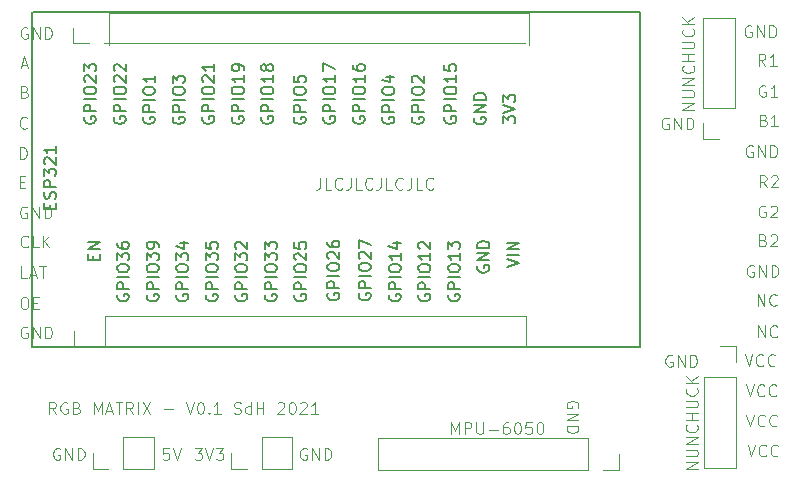
<source format=gbr>
%TF.GenerationSoftware,KiCad,Pcbnew,5.1.9-73d0e3b20d~88~ubuntu18.04.1*%
%TF.CreationDate,2021-01-24T01:48:54+01:00*%
%TF.ProjectId,rugzak-ledboard-pcb,7275677a-616b-42d6-9c65-64626f617264,rev?*%
%TF.SameCoordinates,Original*%
%TF.FileFunction,Legend,Top*%
%TF.FilePolarity,Positive*%
%FSLAX46Y46*%
G04 Gerber Fmt 4.6, Leading zero omitted, Abs format (unit mm)*
G04 Created by KiCad (PCBNEW 5.1.9-73d0e3b20d~88~ubuntu18.04.1) date 2021-01-24 01:48:54*
%MOMM*%
%LPD*%
G01*
G04 APERTURE LIST*
%ADD10C,0.100000*%
%ADD11C,0.120000*%
%ADD12C,0.150000*%
G04 APERTURE END LIST*
D10*
X78380952Y-124502380D02*
X78380952Y-125216666D01*
X78333333Y-125359523D01*
X78238095Y-125454761D01*
X78095238Y-125502380D01*
X78000000Y-125502380D01*
X79333333Y-125502380D02*
X78857142Y-125502380D01*
X78857142Y-124502380D01*
X80238095Y-125407142D02*
X80190476Y-125454761D01*
X80047619Y-125502380D01*
X79952380Y-125502380D01*
X79809523Y-125454761D01*
X79714285Y-125359523D01*
X79666666Y-125264285D01*
X79619047Y-125073809D01*
X79619047Y-124930952D01*
X79666666Y-124740476D01*
X79714285Y-124645238D01*
X79809523Y-124550000D01*
X79952380Y-124502380D01*
X80047619Y-124502380D01*
X80190476Y-124550000D01*
X80238095Y-124597619D01*
X80952380Y-124502380D02*
X80952380Y-125216666D01*
X80904761Y-125359523D01*
X80809523Y-125454761D01*
X80666666Y-125502380D01*
X80571428Y-125502380D01*
X81904761Y-125502380D02*
X81428571Y-125502380D01*
X81428571Y-124502380D01*
X82809523Y-125407142D02*
X82761904Y-125454761D01*
X82619047Y-125502380D01*
X82523809Y-125502380D01*
X82380952Y-125454761D01*
X82285714Y-125359523D01*
X82238095Y-125264285D01*
X82190476Y-125073809D01*
X82190476Y-124930952D01*
X82238095Y-124740476D01*
X82285714Y-124645238D01*
X82380952Y-124550000D01*
X82523809Y-124502380D01*
X82619047Y-124502380D01*
X82761904Y-124550000D01*
X82809523Y-124597619D01*
X83523809Y-124502380D02*
X83523809Y-125216666D01*
X83476190Y-125359523D01*
X83380952Y-125454761D01*
X83238095Y-125502380D01*
X83142857Y-125502380D01*
X84476190Y-125502380D02*
X84000000Y-125502380D01*
X84000000Y-124502380D01*
X85380952Y-125407142D02*
X85333333Y-125454761D01*
X85190476Y-125502380D01*
X85095238Y-125502380D01*
X84952380Y-125454761D01*
X84857142Y-125359523D01*
X84809523Y-125264285D01*
X84761904Y-125073809D01*
X84761904Y-124930952D01*
X84809523Y-124740476D01*
X84857142Y-124645238D01*
X84952380Y-124550000D01*
X85095238Y-124502380D01*
X85190476Y-124502380D01*
X85333333Y-124550000D01*
X85380952Y-124597619D01*
X86095238Y-124502380D02*
X86095238Y-125216666D01*
X86047619Y-125359523D01*
X85952380Y-125454761D01*
X85809523Y-125502380D01*
X85714285Y-125502380D01*
X87047619Y-125502380D02*
X86571428Y-125502380D01*
X86571428Y-124502380D01*
X87952380Y-125407142D02*
X87904761Y-125454761D01*
X87761904Y-125502380D01*
X87666666Y-125502380D01*
X87523809Y-125454761D01*
X87428571Y-125359523D01*
X87380952Y-125264285D01*
X87333333Y-125073809D01*
X87333333Y-124930952D01*
X87380952Y-124740476D01*
X87428571Y-124645238D01*
X87523809Y-124550000D01*
X87666666Y-124502380D01*
X87761904Y-124502380D01*
X87904761Y-124550000D01*
X87952380Y-124597619D01*
X114466666Y-144552380D02*
X114800000Y-145552380D01*
X115133333Y-144552380D01*
X116038095Y-145457142D02*
X115990476Y-145504761D01*
X115847619Y-145552380D01*
X115752380Y-145552380D01*
X115609523Y-145504761D01*
X115514285Y-145409523D01*
X115466666Y-145314285D01*
X115419047Y-145123809D01*
X115419047Y-144980952D01*
X115466666Y-144790476D01*
X115514285Y-144695238D01*
X115609523Y-144600000D01*
X115752380Y-144552380D01*
X115847619Y-144552380D01*
X115990476Y-144600000D01*
X116038095Y-144647619D01*
X117038095Y-145457142D02*
X116990476Y-145504761D01*
X116847619Y-145552380D01*
X116752380Y-145552380D01*
X116609523Y-145504761D01*
X116514285Y-145409523D01*
X116466666Y-145314285D01*
X116419047Y-145123809D01*
X116419047Y-144980952D01*
X116466666Y-144790476D01*
X116514285Y-144695238D01*
X116609523Y-144600000D01*
X116752380Y-144552380D01*
X116847619Y-144552380D01*
X116990476Y-144600000D01*
X117038095Y-144647619D01*
X114566666Y-147102380D02*
X114900000Y-148102380D01*
X115233333Y-147102380D01*
X116138095Y-148007142D02*
X116090476Y-148054761D01*
X115947619Y-148102380D01*
X115852380Y-148102380D01*
X115709523Y-148054761D01*
X115614285Y-147959523D01*
X115566666Y-147864285D01*
X115519047Y-147673809D01*
X115519047Y-147530952D01*
X115566666Y-147340476D01*
X115614285Y-147245238D01*
X115709523Y-147150000D01*
X115852380Y-147102380D01*
X115947619Y-147102380D01*
X116090476Y-147150000D01*
X116138095Y-147197619D01*
X117138095Y-148007142D02*
X117090476Y-148054761D01*
X116947619Y-148102380D01*
X116852380Y-148102380D01*
X116709523Y-148054761D01*
X116614285Y-147959523D01*
X116566666Y-147864285D01*
X116519047Y-147673809D01*
X116519047Y-147530952D01*
X116566666Y-147340476D01*
X116614285Y-147245238D01*
X116709523Y-147150000D01*
X116852380Y-147102380D01*
X116947619Y-147102380D01*
X117090476Y-147150000D01*
X117138095Y-147197619D01*
X56014285Y-144502380D02*
X55680952Y-144026190D01*
X55442857Y-144502380D02*
X55442857Y-143502380D01*
X55823809Y-143502380D01*
X55919047Y-143550000D01*
X55966666Y-143597619D01*
X56014285Y-143692857D01*
X56014285Y-143835714D01*
X55966666Y-143930952D01*
X55919047Y-143978571D01*
X55823809Y-144026190D01*
X55442857Y-144026190D01*
X56966666Y-143550000D02*
X56871428Y-143502380D01*
X56728571Y-143502380D01*
X56585714Y-143550000D01*
X56490476Y-143645238D01*
X56442857Y-143740476D01*
X56395238Y-143930952D01*
X56395238Y-144073809D01*
X56442857Y-144264285D01*
X56490476Y-144359523D01*
X56585714Y-144454761D01*
X56728571Y-144502380D01*
X56823809Y-144502380D01*
X56966666Y-144454761D01*
X57014285Y-144407142D01*
X57014285Y-144073809D01*
X56823809Y-144073809D01*
X57776190Y-143978571D02*
X57919047Y-144026190D01*
X57966666Y-144073809D01*
X58014285Y-144169047D01*
X58014285Y-144311904D01*
X57966666Y-144407142D01*
X57919047Y-144454761D01*
X57823809Y-144502380D01*
X57442857Y-144502380D01*
X57442857Y-143502380D01*
X57776190Y-143502380D01*
X57871428Y-143550000D01*
X57919047Y-143597619D01*
X57966666Y-143692857D01*
X57966666Y-143788095D01*
X57919047Y-143883333D01*
X57871428Y-143930952D01*
X57776190Y-143978571D01*
X57442857Y-143978571D01*
X59204761Y-144502380D02*
X59204761Y-143502380D01*
X59538095Y-144216666D01*
X59871428Y-143502380D01*
X59871428Y-144502380D01*
X60300000Y-144216666D02*
X60776190Y-144216666D01*
X60204761Y-144502380D02*
X60538095Y-143502380D01*
X60871428Y-144502380D01*
X61061904Y-143502380D02*
X61633333Y-143502380D01*
X61347619Y-144502380D02*
X61347619Y-143502380D01*
X62538095Y-144502380D02*
X62204761Y-144026190D01*
X61966666Y-144502380D02*
X61966666Y-143502380D01*
X62347619Y-143502380D01*
X62442857Y-143550000D01*
X62490476Y-143597619D01*
X62538095Y-143692857D01*
X62538095Y-143835714D01*
X62490476Y-143930952D01*
X62442857Y-143978571D01*
X62347619Y-144026190D01*
X61966666Y-144026190D01*
X62966666Y-144502380D02*
X62966666Y-143502380D01*
X63347619Y-143502380D02*
X64014285Y-144502380D01*
X64014285Y-143502380D02*
X63347619Y-144502380D01*
X65157142Y-144121428D02*
X65919047Y-144121428D01*
X67014285Y-143502380D02*
X67347619Y-144502380D01*
X67680952Y-143502380D01*
X68204761Y-143502380D02*
X68300000Y-143502380D01*
X68395238Y-143550000D01*
X68442857Y-143597619D01*
X68490476Y-143692857D01*
X68538095Y-143883333D01*
X68538095Y-144121428D01*
X68490476Y-144311904D01*
X68442857Y-144407142D01*
X68395238Y-144454761D01*
X68300000Y-144502380D01*
X68204761Y-144502380D01*
X68109523Y-144454761D01*
X68061904Y-144407142D01*
X68014285Y-144311904D01*
X67966666Y-144121428D01*
X67966666Y-143883333D01*
X68014285Y-143692857D01*
X68061904Y-143597619D01*
X68109523Y-143550000D01*
X68204761Y-143502380D01*
X68966666Y-144407142D02*
X69014285Y-144454761D01*
X68966666Y-144502380D01*
X68919047Y-144454761D01*
X68966666Y-144407142D01*
X68966666Y-144502380D01*
X69966666Y-144502380D02*
X69395238Y-144502380D01*
X69680952Y-144502380D02*
X69680952Y-143502380D01*
X69585714Y-143645238D01*
X69490476Y-143740476D01*
X69395238Y-143788095D01*
X71109523Y-144454761D02*
X71252380Y-144502380D01*
X71490476Y-144502380D01*
X71585714Y-144454761D01*
X71633333Y-144407142D01*
X71680952Y-144311904D01*
X71680952Y-144216666D01*
X71633333Y-144121428D01*
X71585714Y-144073809D01*
X71490476Y-144026190D01*
X71300000Y-143978571D01*
X71204761Y-143930952D01*
X71157142Y-143883333D01*
X71109523Y-143788095D01*
X71109523Y-143692857D01*
X71157142Y-143597619D01*
X71204761Y-143550000D01*
X71300000Y-143502380D01*
X71538095Y-143502380D01*
X71680952Y-143550000D01*
X72538095Y-144502380D02*
X72538095Y-143502380D01*
X72538095Y-144454761D02*
X72442857Y-144502380D01*
X72252380Y-144502380D01*
X72157142Y-144454761D01*
X72109523Y-144407142D01*
X72061904Y-144311904D01*
X72061904Y-144026190D01*
X72109523Y-143930952D01*
X72157142Y-143883333D01*
X72252380Y-143835714D01*
X72442857Y-143835714D01*
X72538095Y-143883333D01*
X73014285Y-144502380D02*
X73014285Y-143502380D01*
X73014285Y-143978571D02*
X73585714Y-143978571D01*
X73585714Y-144502380D02*
X73585714Y-143502380D01*
X74776190Y-143597619D02*
X74823809Y-143550000D01*
X74919047Y-143502380D01*
X75157142Y-143502380D01*
X75252380Y-143550000D01*
X75299999Y-143597619D01*
X75347619Y-143692857D01*
X75347619Y-143788095D01*
X75299999Y-143930952D01*
X74728571Y-144502380D01*
X75347619Y-144502380D01*
X75966666Y-143502380D02*
X76061904Y-143502380D01*
X76157142Y-143550000D01*
X76204761Y-143597619D01*
X76252380Y-143692857D01*
X76299999Y-143883333D01*
X76299999Y-144121428D01*
X76252380Y-144311904D01*
X76204761Y-144407142D01*
X76157142Y-144454761D01*
X76061904Y-144502380D01*
X75966666Y-144502380D01*
X75871428Y-144454761D01*
X75823809Y-144407142D01*
X75776190Y-144311904D01*
X75728571Y-144121428D01*
X75728571Y-143883333D01*
X75776190Y-143692857D01*
X75823809Y-143597619D01*
X75871428Y-143550000D01*
X75966666Y-143502380D01*
X76680952Y-143597619D02*
X76728571Y-143550000D01*
X76823809Y-143502380D01*
X77061904Y-143502380D01*
X77157142Y-143550000D01*
X77204761Y-143597619D01*
X77252380Y-143692857D01*
X77252380Y-143788095D01*
X77204761Y-143930952D01*
X76633333Y-144502380D01*
X77252380Y-144502380D01*
X78204761Y-144502380D02*
X77633333Y-144502380D01*
X77919047Y-144502380D02*
X77919047Y-143502380D01*
X77823809Y-143645238D01*
X77728571Y-143740476D01*
X77633333Y-143788095D01*
X110052380Y-118730952D02*
X109052380Y-118730952D01*
X110052380Y-118159523D01*
X109052380Y-118159523D01*
X109052380Y-117683333D02*
X109861904Y-117683333D01*
X109957142Y-117635714D01*
X110004761Y-117588095D01*
X110052380Y-117492857D01*
X110052380Y-117302380D01*
X110004761Y-117207142D01*
X109957142Y-117159523D01*
X109861904Y-117111904D01*
X109052380Y-117111904D01*
X110052380Y-116635714D02*
X109052380Y-116635714D01*
X110052380Y-116064285D01*
X109052380Y-116064285D01*
X109957142Y-115016666D02*
X110004761Y-115064285D01*
X110052380Y-115207142D01*
X110052380Y-115302380D01*
X110004761Y-115445238D01*
X109909523Y-115540476D01*
X109814285Y-115588095D01*
X109623809Y-115635714D01*
X109480952Y-115635714D01*
X109290476Y-115588095D01*
X109195238Y-115540476D01*
X109100000Y-115445238D01*
X109052380Y-115302380D01*
X109052380Y-115207142D01*
X109100000Y-115064285D01*
X109147619Y-115016666D01*
X110052380Y-114588095D02*
X109052380Y-114588095D01*
X109528571Y-114588095D02*
X109528571Y-114016666D01*
X110052380Y-114016666D02*
X109052380Y-114016666D01*
X109052380Y-113540476D02*
X109861904Y-113540476D01*
X109957142Y-113492857D01*
X110004761Y-113445238D01*
X110052380Y-113350000D01*
X110052380Y-113159523D01*
X110004761Y-113064285D01*
X109957142Y-113016666D01*
X109861904Y-112969047D01*
X109052380Y-112969047D01*
X109957142Y-111921428D02*
X110004761Y-111969047D01*
X110052380Y-112111904D01*
X110052380Y-112207142D01*
X110004761Y-112350000D01*
X109909523Y-112445238D01*
X109814285Y-112492857D01*
X109623809Y-112540476D01*
X109480952Y-112540476D01*
X109290476Y-112492857D01*
X109195238Y-112445238D01*
X109100000Y-112350000D01*
X109052380Y-112207142D01*
X109052380Y-112111904D01*
X109100000Y-111969047D01*
X109147619Y-111921428D01*
X110052380Y-111492857D02*
X109052380Y-111492857D01*
X110052380Y-110921428D02*
X109480952Y-111350000D01*
X109052380Y-110921428D02*
X109623809Y-111492857D01*
X110352380Y-149130952D02*
X109352380Y-149130952D01*
X110352380Y-148559523D01*
X109352380Y-148559523D01*
X109352380Y-148083333D02*
X110161904Y-148083333D01*
X110257142Y-148035714D01*
X110304761Y-147988095D01*
X110352380Y-147892857D01*
X110352380Y-147702380D01*
X110304761Y-147607142D01*
X110257142Y-147559523D01*
X110161904Y-147511904D01*
X109352380Y-147511904D01*
X110352380Y-147035714D02*
X109352380Y-147035714D01*
X110352380Y-146464285D01*
X109352380Y-146464285D01*
X110257142Y-145416666D02*
X110304761Y-145464285D01*
X110352380Y-145607142D01*
X110352380Y-145702380D01*
X110304761Y-145845238D01*
X110209523Y-145940476D01*
X110114285Y-145988095D01*
X109923809Y-146035714D01*
X109780952Y-146035714D01*
X109590476Y-145988095D01*
X109495238Y-145940476D01*
X109400000Y-145845238D01*
X109352380Y-145702380D01*
X109352380Y-145607142D01*
X109400000Y-145464285D01*
X109447619Y-145416666D01*
X110352380Y-144988095D02*
X109352380Y-144988095D01*
X109828571Y-144988095D02*
X109828571Y-144416666D01*
X110352380Y-144416666D02*
X109352380Y-144416666D01*
X109352380Y-143940476D02*
X110161904Y-143940476D01*
X110257142Y-143892857D01*
X110304761Y-143845238D01*
X110352380Y-143750000D01*
X110352380Y-143559523D01*
X110304761Y-143464285D01*
X110257142Y-143416666D01*
X110161904Y-143369047D01*
X109352380Y-143369047D01*
X110257142Y-142321428D02*
X110304761Y-142369047D01*
X110352380Y-142511904D01*
X110352380Y-142607142D01*
X110304761Y-142750000D01*
X110209523Y-142845238D01*
X110114285Y-142892857D01*
X109923809Y-142940476D01*
X109780952Y-142940476D01*
X109590476Y-142892857D01*
X109495238Y-142845238D01*
X109400000Y-142750000D01*
X109352380Y-142607142D01*
X109352380Y-142511904D01*
X109400000Y-142369047D01*
X109447619Y-142321428D01*
X110352380Y-141892857D02*
X109352380Y-141892857D01*
X110352380Y-141321428D02*
X109780952Y-141750000D01*
X109352380Y-141321428D02*
X109923809Y-141892857D01*
X89469047Y-146202380D02*
X89469047Y-145202380D01*
X89802380Y-145916666D01*
X90135714Y-145202380D01*
X90135714Y-146202380D01*
X90611904Y-146202380D02*
X90611904Y-145202380D01*
X90992857Y-145202380D01*
X91088095Y-145250000D01*
X91135714Y-145297619D01*
X91183333Y-145392857D01*
X91183333Y-145535714D01*
X91135714Y-145630952D01*
X91088095Y-145678571D01*
X90992857Y-145726190D01*
X90611904Y-145726190D01*
X91611904Y-145202380D02*
X91611904Y-146011904D01*
X91659523Y-146107142D01*
X91707142Y-146154761D01*
X91802380Y-146202380D01*
X91992857Y-146202380D01*
X92088095Y-146154761D01*
X92135714Y-146107142D01*
X92183333Y-146011904D01*
X92183333Y-145202380D01*
X92659523Y-145821428D02*
X93421428Y-145821428D01*
X94326190Y-145202380D02*
X94135714Y-145202380D01*
X94040476Y-145250000D01*
X93992857Y-145297619D01*
X93897619Y-145440476D01*
X93850000Y-145630952D01*
X93850000Y-146011904D01*
X93897619Y-146107142D01*
X93945238Y-146154761D01*
X94040476Y-146202380D01*
X94230952Y-146202380D01*
X94326190Y-146154761D01*
X94373809Y-146107142D01*
X94421428Y-146011904D01*
X94421428Y-145773809D01*
X94373809Y-145678571D01*
X94326190Y-145630952D01*
X94230952Y-145583333D01*
X94040476Y-145583333D01*
X93945238Y-145630952D01*
X93897619Y-145678571D01*
X93850000Y-145773809D01*
X95040476Y-145202380D02*
X95135714Y-145202380D01*
X95230952Y-145250000D01*
X95278571Y-145297619D01*
X95326190Y-145392857D01*
X95373809Y-145583333D01*
X95373809Y-145821428D01*
X95326190Y-146011904D01*
X95278571Y-146107142D01*
X95230952Y-146154761D01*
X95135714Y-146202380D01*
X95040476Y-146202380D01*
X94945238Y-146154761D01*
X94897619Y-146107142D01*
X94850000Y-146011904D01*
X94802380Y-145821428D01*
X94802380Y-145583333D01*
X94850000Y-145392857D01*
X94897619Y-145297619D01*
X94945238Y-145250000D01*
X95040476Y-145202380D01*
X96278571Y-145202380D02*
X95802380Y-145202380D01*
X95754761Y-145678571D01*
X95802380Y-145630952D01*
X95897619Y-145583333D01*
X96135714Y-145583333D01*
X96230952Y-145630952D01*
X96278571Y-145678571D01*
X96326190Y-145773809D01*
X96326190Y-146011904D01*
X96278571Y-146107142D01*
X96230952Y-146154761D01*
X96135714Y-146202380D01*
X95897619Y-146202380D01*
X95802380Y-146154761D01*
X95754761Y-146107142D01*
X96945238Y-145202380D02*
X97040476Y-145202380D01*
X97135714Y-145250000D01*
X97183333Y-145297619D01*
X97230952Y-145392857D01*
X97278571Y-145583333D01*
X97278571Y-145821428D01*
X97230952Y-146011904D01*
X97183333Y-146107142D01*
X97135714Y-146154761D01*
X97040476Y-146202380D01*
X96945238Y-146202380D01*
X96850000Y-146154761D01*
X96802380Y-146107142D01*
X96754761Y-146011904D01*
X96707142Y-145821428D01*
X96707142Y-145583333D01*
X96754761Y-145392857D01*
X96802380Y-145297619D01*
X96850000Y-145250000D01*
X96945238Y-145202380D01*
X107888095Y-119450000D02*
X107792857Y-119402380D01*
X107650000Y-119402380D01*
X107507142Y-119450000D01*
X107411904Y-119545238D01*
X107364285Y-119640476D01*
X107316666Y-119830952D01*
X107316666Y-119973809D01*
X107364285Y-120164285D01*
X107411904Y-120259523D01*
X107507142Y-120354761D01*
X107650000Y-120402380D01*
X107745238Y-120402380D01*
X107888095Y-120354761D01*
X107935714Y-120307142D01*
X107935714Y-119973809D01*
X107745238Y-119973809D01*
X108364285Y-120402380D02*
X108364285Y-119402380D01*
X108935714Y-120402380D01*
X108935714Y-119402380D01*
X109411904Y-120402380D02*
X109411904Y-119402380D01*
X109650000Y-119402380D01*
X109792857Y-119450000D01*
X109888095Y-119545238D01*
X109935714Y-119640476D01*
X109983333Y-119830952D01*
X109983333Y-119973809D01*
X109935714Y-120164285D01*
X109888095Y-120259523D01*
X109792857Y-120354761D01*
X109650000Y-120402380D01*
X109411904Y-120402380D01*
X108188095Y-139550000D02*
X108092857Y-139502380D01*
X107950000Y-139502380D01*
X107807142Y-139550000D01*
X107711904Y-139645238D01*
X107664285Y-139740476D01*
X107616666Y-139930952D01*
X107616666Y-140073809D01*
X107664285Y-140264285D01*
X107711904Y-140359523D01*
X107807142Y-140454761D01*
X107950000Y-140502380D01*
X108045238Y-140502380D01*
X108188095Y-140454761D01*
X108235714Y-140407142D01*
X108235714Y-140073809D01*
X108045238Y-140073809D01*
X108664285Y-140502380D02*
X108664285Y-139502380D01*
X109235714Y-140502380D01*
X109235714Y-139502380D01*
X109711904Y-140502380D02*
X109711904Y-139502380D01*
X109950000Y-139502380D01*
X110092857Y-139550000D01*
X110188095Y-139645238D01*
X110235714Y-139740476D01*
X110283333Y-139930952D01*
X110283333Y-140073809D01*
X110235714Y-140264285D01*
X110188095Y-140359523D01*
X110092857Y-140454761D01*
X109950000Y-140502380D01*
X109711904Y-140502380D01*
X65559523Y-147402380D02*
X65083333Y-147402380D01*
X65035714Y-147878571D01*
X65083333Y-147830952D01*
X65178571Y-147783333D01*
X65416666Y-147783333D01*
X65511904Y-147830952D01*
X65559523Y-147878571D01*
X65607142Y-147973809D01*
X65607142Y-148211904D01*
X65559523Y-148307142D01*
X65511904Y-148354761D01*
X65416666Y-148402380D01*
X65178571Y-148402380D01*
X65083333Y-148354761D01*
X65035714Y-148307142D01*
X65892857Y-147402380D02*
X66226190Y-148402380D01*
X66559523Y-147402380D01*
X56338095Y-147450000D02*
X56242857Y-147402380D01*
X56100000Y-147402380D01*
X55957142Y-147450000D01*
X55861904Y-147545238D01*
X55814285Y-147640476D01*
X55766666Y-147830952D01*
X55766666Y-147973809D01*
X55814285Y-148164285D01*
X55861904Y-148259523D01*
X55957142Y-148354761D01*
X56100000Y-148402380D01*
X56195238Y-148402380D01*
X56338095Y-148354761D01*
X56385714Y-148307142D01*
X56385714Y-147973809D01*
X56195238Y-147973809D01*
X56814285Y-148402380D02*
X56814285Y-147402380D01*
X57385714Y-148402380D01*
X57385714Y-147402380D01*
X57861904Y-148402380D02*
X57861904Y-147402380D01*
X58100000Y-147402380D01*
X58242857Y-147450000D01*
X58338095Y-147545238D01*
X58385714Y-147640476D01*
X58433333Y-147830952D01*
X58433333Y-147973809D01*
X58385714Y-148164285D01*
X58338095Y-148259523D01*
X58242857Y-148354761D01*
X58100000Y-148402380D01*
X57861904Y-148402380D01*
X67761904Y-147402380D02*
X68380952Y-147402380D01*
X68047619Y-147783333D01*
X68190476Y-147783333D01*
X68285714Y-147830952D01*
X68333333Y-147878571D01*
X68380952Y-147973809D01*
X68380952Y-148211904D01*
X68333333Y-148307142D01*
X68285714Y-148354761D01*
X68190476Y-148402380D01*
X67904761Y-148402380D01*
X67809523Y-148354761D01*
X67761904Y-148307142D01*
X68666666Y-147402380D02*
X69000000Y-148402380D01*
X69333333Y-147402380D01*
X69571428Y-147402380D02*
X70190476Y-147402380D01*
X69857142Y-147783333D01*
X70000000Y-147783333D01*
X70095238Y-147830952D01*
X70142857Y-147878571D01*
X70190476Y-147973809D01*
X70190476Y-148211904D01*
X70142857Y-148307142D01*
X70095238Y-148354761D01*
X70000000Y-148402380D01*
X69714285Y-148402380D01*
X69619047Y-148354761D01*
X69571428Y-148307142D01*
X77238095Y-147450000D02*
X77142857Y-147402380D01*
X77000000Y-147402380D01*
X76857142Y-147450000D01*
X76761904Y-147545238D01*
X76714285Y-147640476D01*
X76666666Y-147830952D01*
X76666666Y-147973809D01*
X76714285Y-148164285D01*
X76761904Y-148259523D01*
X76857142Y-148354761D01*
X77000000Y-148402380D01*
X77095238Y-148402380D01*
X77238095Y-148354761D01*
X77285714Y-148307142D01*
X77285714Y-147973809D01*
X77095238Y-147973809D01*
X77714285Y-148402380D02*
X77714285Y-147402380D01*
X78285714Y-148402380D01*
X78285714Y-147402380D01*
X78761904Y-148402380D02*
X78761904Y-147402380D01*
X79000000Y-147402380D01*
X79142857Y-147450000D01*
X79238095Y-147545238D01*
X79285714Y-147640476D01*
X79333333Y-147830952D01*
X79333333Y-147973809D01*
X79285714Y-148164285D01*
X79238095Y-148259523D01*
X79142857Y-148354761D01*
X79000000Y-148402380D01*
X78761904Y-148402380D01*
X100200000Y-143988095D02*
X100247619Y-143892857D01*
X100247619Y-143750000D01*
X100200000Y-143607142D01*
X100104761Y-143511904D01*
X100009523Y-143464285D01*
X99819047Y-143416666D01*
X99676190Y-143416666D01*
X99485714Y-143464285D01*
X99390476Y-143511904D01*
X99295238Y-143607142D01*
X99247619Y-143750000D01*
X99247619Y-143845238D01*
X99295238Y-143988095D01*
X99342857Y-144035714D01*
X99676190Y-144035714D01*
X99676190Y-143845238D01*
X99247619Y-144464285D02*
X100247619Y-144464285D01*
X99247619Y-145035714D01*
X100247619Y-145035714D01*
X99247619Y-145511904D02*
X100247619Y-145511904D01*
X100247619Y-145750000D01*
X100200000Y-145892857D01*
X100104761Y-145988095D01*
X100009523Y-146035714D01*
X99819047Y-146083333D01*
X99676190Y-146083333D01*
X99485714Y-146035714D01*
X99390476Y-145988095D01*
X99295238Y-145892857D01*
X99247619Y-145750000D01*
X99247619Y-145511904D01*
X114416666Y-142002380D02*
X114750000Y-143002380D01*
X115083333Y-142002380D01*
X115988095Y-142907142D02*
X115940476Y-142954761D01*
X115797619Y-143002380D01*
X115702380Y-143002380D01*
X115559523Y-142954761D01*
X115464285Y-142859523D01*
X115416666Y-142764285D01*
X115369047Y-142573809D01*
X115369047Y-142430952D01*
X115416666Y-142240476D01*
X115464285Y-142145238D01*
X115559523Y-142050000D01*
X115702380Y-142002380D01*
X115797619Y-142002380D01*
X115940476Y-142050000D01*
X115988095Y-142097619D01*
X116988095Y-142907142D02*
X116940476Y-142954761D01*
X116797619Y-143002380D01*
X116702380Y-143002380D01*
X116559523Y-142954761D01*
X116464285Y-142859523D01*
X116416666Y-142764285D01*
X116369047Y-142573809D01*
X116369047Y-142430952D01*
X116416666Y-142240476D01*
X116464285Y-142145238D01*
X116559523Y-142050000D01*
X116702380Y-142002380D01*
X116797619Y-142002380D01*
X116940476Y-142050000D01*
X116988095Y-142097619D01*
X114888095Y-111650000D02*
X114792857Y-111602380D01*
X114650000Y-111602380D01*
X114507142Y-111650000D01*
X114411904Y-111745238D01*
X114364285Y-111840476D01*
X114316666Y-112030952D01*
X114316666Y-112173809D01*
X114364285Y-112364285D01*
X114411904Y-112459523D01*
X114507142Y-112554761D01*
X114650000Y-112602380D01*
X114745238Y-112602380D01*
X114888095Y-112554761D01*
X114935714Y-112507142D01*
X114935714Y-112173809D01*
X114745238Y-112173809D01*
X115364285Y-112602380D02*
X115364285Y-111602380D01*
X115935714Y-112602380D01*
X115935714Y-111602380D01*
X116411904Y-112602380D02*
X116411904Y-111602380D01*
X116650000Y-111602380D01*
X116792857Y-111650000D01*
X116888095Y-111745238D01*
X116935714Y-111840476D01*
X116983333Y-112030952D01*
X116983333Y-112173809D01*
X116935714Y-112364285D01*
X116888095Y-112459523D01*
X116792857Y-112554761D01*
X116650000Y-112602380D01*
X116411904Y-112602380D01*
X116085714Y-116700000D02*
X115990476Y-116652380D01*
X115847619Y-116652380D01*
X115704761Y-116700000D01*
X115609523Y-116795238D01*
X115561904Y-116890476D01*
X115514285Y-117080952D01*
X115514285Y-117223809D01*
X115561904Y-117414285D01*
X115609523Y-117509523D01*
X115704761Y-117604761D01*
X115847619Y-117652380D01*
X115942857Y-117652380D01*
X116085714Y-117604761D01*
X116133333Y-117557142D01*
X116133333Y-117223809D01*
X115942857Y-117223809D01*
X117085714Y-117652380D02*
X116514285Y-117652380D01*
X116800000Y-117652380D02*
X116800000Y-116652380D01*
X116704761Y-116795238D01*
X116609523Y-116890476D01*
X116514285Y-116938095D01*
X116085714Y-126900000D02*
X115990476Y-126852380D01*
X115847619Y-126852380D01*
X115704761Y-126900000D01*
X115609523Y-126995238D01*
X115561904Y-127090476D01*
X115514285Y-127280952D01*
X115514285Y-127423809D01*
X115561904Y-127614285D01*
X115609523Y-127709523D01*
X115704761Y-127804761D01*
X115847619Y-127852380D01*
X115942857Y-127852380D01*
X116085714Y-127804761D01*
X116133333Y-127757142D01*
X116133333Y-127423809D01*
X115942857Y-127423809D01*
X116514285Y-126947619D02*
X116561904Y-126900000D01*
X116657142Y-126852380D01*
X116895238Y-126852380D01*
X116990476Y-126900000D01*
X117038095Y-126947619D01*
X117085714Y-127042857D01*
X117085714Y-127138095D01*
X117038095Y-127280952D01*
X116466666Y-127852380D01*
X117085714Y-127852380D01*
X114988095Y-121800000D02*
X114892857Y-121752380D01*
X114750000Y-121752380D01*
X114607142Y-121800000D01*
X114511904Y-121895238D01*
X114464285Y-121990476D01*
X114416666Y-122180952D01*
X114416666Y-122323809D01*
X114464285Y-122514285D01*
X114511904Y-122609523D01*
X114607142Y-122704761D01*
X114750000Y-122752380D01*
X114845238Y-122752380D01*
X114988095Y-122704761D01*
X115035714Y-122657142D01*
X115035714Y-122323809D01*
X114845238Y-122323809D01*
X115464285Y-122752380D02*
X115464285Y-121752380D01*
X116035714Y-122752380D01*
X116035714Y-121752380D01*
X116511904Y-122752380D02*
X116511904Y-121752380D01*
X116750000Y-121752380D01*
X116892857Y-121800000D01*
X116988095Y-121895238D01*
X117035714Y-121990476D01*
X117083333Y-122180952D01*
X117083333Y-122323809D01*
X117035714Y-122514285D01*
X116988095Y-122609523D01*
X116892857Y-122704761D01*
X116750000Y-122752380D01*
X116511904Y-122752380D01*
X116183333Y-125302380D02*
X115850000Y-124826190D01*
X115611904Y-125302380D02*
X115611904Y-124302380D01*
X115992857Y-124302380D01*
X116088095Y-124350000D01*
X116135714Y-124397619D01*
X116183333Y-124492857D01*
X116183333Y-124635714D01*
X116135714Y-124730952D01*
X116088095Y-124778571D01*
X115992857Y-124826190D01*
X115611904Y-124826190D01*
X116564285Y-124397619D02*
X116611904Y-124350000D01*
X116707142Y-124302380D01*
X116945238Y-124302380D01*
X117040476Y-124350000D01*
X117088095Y-124397619D01*
X117135714Y-124492857D01*
X117135714Y-124588095D01*
X117088095Y-124730952D01*
X116516666Y-125302380D01*
X117135714Y-125302380D01*
X116083333Y-115002380D02*
X115750000Y-114526190D01*
X115511904Y-115002380D02*
X115511904Y-114002380D01*
X115892857Y-114002380D01*
X115988095Y-114050000D01*
X116035714Y-114097619D01*
X116083333Y-114192857D01*
X116083333Y-114335714D01*
X116035714Y-114430952D01*
X115988095Y-114478571D01*
X115892857Y-114526190D01*
X115511904Y-114526190D01*
X117035714Y-115002380D02*
X116464285Y-115002380D01*
X116750000Y-115002380D02*
X116750000Y-114002380D01*
X116654761Y-114145238D01*
X116559523Y-114240476D01*
X116464285Y-114288095D01*
X115088095Y-131950000D02*
X114992857Y-131902380D01*
X114850000Y-131902380D01*
X114707142Y-131950000D01*
X114611904Y-132045238D01*
X114564285Y-132140476D01*
X114516666Y-132330952D01*
X114516666Y-132473809D01*
X114564285Y-132664285D01*
X114611904Y-132759523D01*
X114707142Y-132854761D01*
X114850000Y-132902380D01*
X114945238Y-132902380D01*
X115088095Y-132854761D01*
X115135714Y-132807142D01*
X115135714Y-132473809D01*
X114945238Y-132473809D01*
X115564285Y-132902380D02*
X115564285Y-131902380D01*
X116135714Y-132902380D01*
X116135714Y-131902380D01*
X116611904Y-132902380D02*
X116611904Y-131902380D01*
X116850000Y-131902380D01*
X116992857Y-131950000D01*
X117088095Y-132045238D01*
X117135714Y-132140476D01*
X117183333Y-132330952D01*
X117183333Y-132473809D01*
X117135714Y-132664285D01*
X117088095Y-132759523D01*
X116992857Y-132854761D01*
X116850000Y-132902380D01*
X116611904Y-132902380D01*
X115895238Y-129778571D02*
X116038095Y-129826190D01*
X116085714Y-129873809D01*
X116133333Y-129969047D01*
X116133333Y-130111904D01*
X116085714Y-130207142D01*
X116038095Y-130254761D01*
X115942857Y-130302380D01*
X115561904Y-130302380D01*
X115561904Y-129302380D01*
X115895238Y-129302380D01*
X115990476Y-129350000D01*
X116038095Y-129397619D01*
X116085714Y-129492857D01*
X116085714Y-129588095D01*
X116038095Y-129683333D01*
X115990476Y-129730952D01*
X115895238Y-129778571D01*
X115561904Y-129778571D01*
X116514285Y-129397619D02*
X116561904Y-129350000D01*
X116657142Y-129302380D01*
X116895238Y-129302380D01*
X116990476Y-129350000D01*
X117038095Y-129397619D01*
X117085714Y-129492857D01*
X117085714Y-129588095D01*
X117038095Y-129730952D01*
X116466666Y-130302380D01*
X117085714Y-130302380D01*
X114316666Y-139452380D02*
X114650000Y-140452380D01*
X114983333Y-139452380D01*
X115888095Y-140357142D02*
X115840476Y-140404761D01*
X115697619Y-140452380D01*
X115602380Y-140452380D01*
X115459523Y-140404761D01*
X115364285Y-140309523D01*
X115316666Y-140214285D01*
X115269047Y-140023809D01*
X115269047Y-139880952D01*
X115316666Y-139690476D01*
X115364285Y-139595238D01*
X115459523Y-139500000D01*
X115602380Y-139452380D01*
X115697619Y-139452380D01*
X115840476Y-139500000D01*
X115888095Y-139547619D01*
X116888095Y-140357142D02*
X116840476Y-140404761D01*
X116697619Y-140452380D01*
X116602380Y-140452380D01*
X116459523Y-140404761D01*
X116364285Y-140309523D01*
X116316666Y-140214285D01*
X116269047Y-140023809D01*
X116269047Y-139880952D01*
X116316666Y-139690476D01*
X116364285Y-139595238D01*
X116459523Y-139500000D01*
X116602380Y-139452380D01*
X116697619Y-139452380D01*
X116840476Y-139500000D01*
X116888095Y-139547619D01*
X115945238Y-119628571D02*
X116088095Y-119676190D01*
X116135714Y-119723809D01*
X116183333Y-119819047D01*
X116183333Y-119961904D01*
X116135714Y-120057142D01*
X116088095Y-120104761D01*
X115992857Y-120152380D01*
X115611904Y-120152380D01*
X115611904Y-119152380D01*
X115945238Y-119152380D01*
X116040476Y-119200000D01*
X116088095Y-119247619D01*
X116135714Y-119342857D01*
X116135714Y-119438095D01*
X116088095Y-119533333D01*
X116040476Y-119580952D01*
X115945238Y-119628571D01*
X115611904Y-119628571D01*
X117135714Y-120152380D02*
X116564285Y-120152380D01*
X116850000Y-120152380D02*
X116850000Y-119152380D01*
X116754761Y-119295238D01*
X116659523Y-119390476D01*
X116564285Y-119438095D01*
X115464285Y-138002380D02*
X115464285Y-137002380D01*
X116035714Y-138002380D01*
X116035714Y-137002380D01*
X117083333Y-137907142D02*
X117035714Y-137954761D01*
X116892857Y-138002380D01*
X116797619Y-138002380D01*
X116654761Y-137954761D01*
X116559523Y-137859523D01*
X116511904Y-137764285D01*
X116464285Y-137573809D01*
X116464285Y-137430952D01*
X116511904Y-137240476D01*
X116559523Y-137145238D01*
X116654761Y-137050000D01*
X116797619Y-137002380D01*
X116892857Y-137002380D01*
X117035714Y-137050000D01*
X117083333Y-137097619D01*
X115414285Y-135352380D02*
X115414285Y-134352380D01*
X115985714Y-135352380D01*
X115985714Y-134352380D01*
X117033333Y-135257142D02*
X116985714Y-135304761D01*
X116842857Y-135352380D01*
X116747619Y-135352380D01*
X116604761Y-135304761D01*
X116509523Y-135209523D01*
X116461904Y-135114285D01*
X116414285Y-134923809D01*
X116414285Y-134780952D01*
X116461904Y-134590476D01*
X116509523Y-134495238D01*
X116604761Y-134400000D01*
X116747619Y-134352380D01*
X116842857Y-134352380D01*
X116985714Y-134400000D01*
X117033333Y-134447619D01*
X53550000Y-133002380D02*
X53073809Y-133002380D01*
X53073809Y-132002380D01*
X53835714Y-132716666D02*
X54311904Y-132716666D01*
X53740476Y-133002380D02*
X54073809Y-132002380D01*
X54407142Y-133002380D01*
X54597619Y-132002380D02*
X55169047Y-132002380D01*
X54883333Y-133002380D02*
X54883333Y-132002380D01*
X53588095Y-137150000D02*
X53492857Y-137102380D01*
X53350000Y-137102380D01*
X53207142Y-137150000D01*
X53111904Y-137245238D01*
X53064285Y-137340476D01*
X53016666Y-137530952D01*
X53016666Y-137673809D01*
X53064285Y-137864285D01*
X53111904Y-137959523D01*
X53207142Y-138054761D01*
X53350000Y-138102380D01*
X53445238Y-138102380D01*
X53588095Y-138054761D01*
X53635714Y-138007142D01*
X53635714Y-137673809D01*
X53445238Y-137673809D01*
X54064285Y-138102380D02*
X54064285Y-137102380D01*
X54635714Y-138102380D01*
X54635714Y-137102380D01*
X55111904Y-138102380D02*
X55111904Y-137102380D01*
X55350000Y-137102380D01*
X55492857Y-137150000D01*
X55588095Y-137245238D01*
X55635714Y-137340476D01*
X55683333Y-137530952D01*
X55683333Y-137673809D01*
X55635714Y-137864285D01*
X55588095Y-137959523D01*
X55492857Y-138054761D01*
X55350000Y-138102380D01*
X55111904Y-138102380D01*
X53252380Y-134602380D02*
X53442857Y-134602380D01*
X53538095Y-134650000D01*
X53633333Y-134745238D01*
X53680952Y-134935714D01*
X53680952Y-135269047D01*
X53633333Y-135459523D01*
X53538095Y-135554761D01*
X53442857Y-135602380D01*
X53252380Y-135602380D01*
X53157142Y-135554761D01*
X53061904Y-135459523D01*
X53014285Y-135269047D01*
X53014285Y-134935714D01*
X53061904Y-134745238D01*
X53157142Y-134650000D01*
X53252380Y-134602380D01*
X54109523Y-135078571D02*
X54442857Y-135078571D01*
X54585714Y-135602380D02*
X54109523Y-135602380D01*
X54109523Y-134602380D01*
X54585714Y-134602380D01*
X52988095Y-122902380D02*
X52988095Y-121902380D01*
X53226190Y-121902380D01*
X53369047Y-121950000D01*
X53464285Y-122045238D01*
X53511904Y-122140476D01*
X53559523Y-122330952D01*
X53559523Y-122473809D01*
X53511904Y-122664285D01*
X53464285Y-122759523D01*
X53369047Y-122854761D01*
X53226190Y-122902380D01*
X52988095Y-122902380D01*
X53538095Y-127000000D02*
X53442857Y-126952380D01*
X53300000Y-126952380D01*
X53157142Y-127000000D01*
X53061904Y-127095238D01*
X53014285Y-127190476D01*
X52966666Y-127380952D01*
X52966666Y-127523809D01*
X53014285Y-127714285D01*
X53061904Y-127809523D01*
X53157142Y-127904761D01*
X53300000Y-127952380D01*
X53395238Y-127952380D01*
X53538095Y-127904761D01*
X53585714Y-127857142D01*
X53585714Y-127523809D01*
X53395238Y-127523809D01*
X54014285Y-127952380D02*
X54014285Y-126952380D01*
X54585714Y-127952380D01*
X54585714Y-126952380D01*
X55061904Y-127952380D02*
X55061904Y-126952380D01*
X55300000Y-126952380D01*
X55442857Y-127000000D01*
X55538095Y-127095238D01*
X55585714Y-127190476D01*
X55633333Y-127380952D01*
X55633333Y-127523809D01*
X55585714Y-127714285D01*
X55538095Y-127809523D01*
X55442857Y-127904761D01*
X55300000Y-127952380D01*
X55061904Y-127952380D01*
X52935714Y-124828571D02*
X53269047Y-124828571D01*
X53411904Y-125352380D02*
X52935714Y-125352380D01*
X52935714Y-124352380D01*
X53411904Y-124352380D01*
X53654761Y-130307142D02*
X53607142Y-130354761D01*
X53464285Y-130402380D01*
X53369047Y-130402380D01*
X53226190Y-130354761D01*
X53130952Y-130259523D01*
X53083333Y-130164285D01*
X53035714Y-129973809D01*
X53035714Y-129830952D01*
X53083333Y-129640476D01*
X53130952Y-129545238D01*
X53226190Y-129450000D01*
X53369047Y-129402380D01*
X53464285Y-129402380D01*
X53607142Y-129450000D01*
X53654761Y-129497619D01*
X54559523Y-130402380D02*
X54083333Y-130402380D01*
X54083333Y-129402380D01*
X54892857Y-130402380D02*
X54892857Y-129402380D01*
X55464285Y-130402380D02*
X55035714Y-129830952D01*
X55464285Y-129402380D02*
X54892857Y-129973809D01*
X53371428Y-117228571D02*
X53514285Y-117276190D01*
X53561904Y-117323809D01*
X53609523Y-117419047D01*
X53609523Y-117561904D01*
X53561904Y-117657142D01*
X53514285Y-117704761D01*
X53419047Y-117752380D01*
X53038095Y-117752380D01*
X53038095Y-116752380D01*
X53371428Y-116752380D01*
X53466666Y-116800000D01*
X53514285Y-116847619D01*
X53561904Y-116942857D01*
X53561904Y-117038095D01*
X53514285Y-117133333D01*
X53466666Y-117180952D01*
X53371428Y-117228571D01*
X53038095Y-117228571D01*
X53559523Y-120257142D02*
X53511904Y-120304761D01*
X53369047Y-120352380D01*
X53273809Y-120352380D01*
X53130952Y-120304761D01*
X53035714Y-120209523D01*
X52988095Y-120114285D01*
X52940476Y-119923809D01*
X52940476Y-119780952D01*
X52988095Y-119590476D01*
X53035714Y-119495238D01*
X53130952Y-119400000D01*
X53273809Y-119352380D01*
X53369047Y-119352380D01*
X53511904Y-119400000D01*
X53559523Y-119447619D01*
X53111904Y-114916666D02*
X53588095Y-114916666D01*
X53016666Y-115202380D02*
X53350000Y-114202380D01*
X53683333Y-115202380D01*
X53588095Y-111800000D02*
X53492857Y-111752380D01*
X53350000Y-111752380D01*
X53207142Y-111800000D01*
X53111904Y-111895238D01*
X53064285Y-111990476D01*
X53016666Y-112180952D01*
X53016666Y-112323809D01*
X53064285Y-112514285D01*
X53111904Y-112609523D01*
X53207142Y-112704761D01*
X53350000Y-112752380D01*
X53445238Y-112752380D01*
X53588095Y-112704761D01*
X53635714Y-112657142D01*
X53635714Y-112323809D01*
X53445238Y-112323809D01*
X54064285Y-112752380D02*
X54064285Y-111752380D01*
X54635714Y-112752380D01*
X54635714Y-111752380D01*
X55111904Y-112752380D02*
X55111904Y-111752380D01*
X55350000Y-111752380D01*
X55492857Y-111800000D01*
X55588095Y-111895238D01*
X55635714Y-111990476D01*
X55683333Y-112180952D01*
X55683333Y-112323809D01*
X55635714Y-112514285D01*
X55588095Y-112609523D01*
X55492857Y-112704761D01*
X55350000Y-112752380D01*
X55111904Y-112752380D01*
D11*
%TO.C,J5*%
X103680000Y-147900000D02*
X103680000Y-149230000D01*
X103680000Y-149230000D02*
X102350000Y-149230000D01*
X101080000Y-149230000D02*
X83240000Y-149230000D01*
X83240000Y-146570000D02*
X83240000Y-149230000D01*
X101080000Y-146570000D02*
X83240000Y-146570000D01*
X101080000Y-146570000D02*
X101080000Y-149230000D01*
D12*
%TO.C,ESP321*%
X54000000Y-110500000D02*
X54000000Y-138850000D01*
X62600000Y-110500000D02*
X54050000Y-110500000D01*
X54100000Y-138800000D02*
X105500000Y-138800000D01*
X105500000Y-138800000D02*
X105500000Y-110500000D01*
X105500000Y-110500000D02*
X62500000Y-110500000D01*
D11*
X57470000Y-113130000D02*
X57470000Y-111800000D01*
X58800000Y-113130000D02*
X57470000Y-113130000D01*
X60470000Y-113230000D02*
X60470000Y-110570000D01*
X60470000Y-110570000D02*
X96090000Y-110570000D01*
X60070000Y-113130000D02*
X95690000Y-113130000D01*
X96090000Y-113230000D02*
X96090000Y-110570000D01*
X96090000Y-113230000D02*
X96090000Y-110570000D01*
X60070000Y-113130000D02*
X95690000Y-113130000D01*
X60470000Y-110570000D02*
X96090000Y-110570000D01*
X60470000Y-113230000D02*
X60470000Y-110570000D01*
X58800000Y-113130000D02*
X57470000Y-113130000D01*
X57470000Y-113130000D02*
X57470000Y-111800000D01*
X57570000Y-138830000D02*
X57570000Y-137500000D01*
X58900000Y-138830000D02*
X57570000Y-138830000D01*
X60170000Y-138830000D02*
X60170000Y-136170000D01*
X60170000Y-136170000D02*
X95790000Y-136170000D01*
X60170000Y-138830000D02*
X95790000Y-138830000D01*
X95790000Y-138830000D02*
X95790000Y-136170000D01*
X95790000Y-138830000D02*
X95790000Y-136170000D01*
X60170000Y-138830000D02*
X95790000Y-138830000D01*
X60170000Y-136170000D02*
X95790000Y-136170000D01*
X60170000Y-138830000D02*
X60170000Y-136170000D01*
X58900000Y-138830000D02*
X57570000Y-138830000D01*
X57570000Y-138830000D02*
X57570000Y-137500000D01*
%TO.C,J2*%
X110920000Y-141370000D02*
X113580000Y-141370000D01*
X110920000Y-141370000D02*
X110920000Y-149050000D01*
X110920000Y-149050000D02*
X113580000Y-149050000D01*
X113580000Y-141370000D02*
X113580000Y-149050000D01*
X113580000Y-138770000D02*
X113580000Y-140100000D01*
X112250000Y-138770000D02*
X113580000Y-138770000D01*
%TO.C,J3*%
X112150000Y-121230000D02*
X110820000Y-121230000D01*
X110820000Y-121230000D02*
X110820000Y-119900000D01*
X110820000Y-118630000D02*
X110820000Y-110950000D01*
X113480000Y-110950000D02*
X110820000Y-110950000D01*
X113480000Y-118630000D02*
X113480000Y-110950000D01*
X113480000Y-118630000D02*
X110820000Y-118630000D01*
%TO.C,J6*%
X70820000Y-149130000D02*
X70820000Y-147800000D01*
X72150000Y-149130000D02*
X70820000Y-149130000D01*
X73420000Y-149130000D02*
X73420000Y-146470000D01*
X73420000Y-146470000D02*
X76020000Y-146470000D01*
X73420000Y-149130000D02*
X76020000Y-149130000D01*
X76020000Y-149130000D02*
X76020000Y-146470000D01*
%TO.C,J7*%
X64320000Y-149130000D02*
X64320000Y-146470000D01*
X61720000Y-149130000D02*
X64320000Y-149130000D01*
X61720000Y-146470000D02*
X64320000Y-146470000D01*
X61720000Y-149130000D02*
X61720000Y-146470000D01*
X60450000Y-149130000D02*
X59120000Y-149130000D01*
X59120000Y-149130000D02*
X59120000Y-147800000D01*
%TO.C,ESP321*%
D12*
X55478571Y-127119047D02*
X55478571Y-126785714D01*
X56002380Y-126642857D02*
X56002380Y-127119047D01*
X55002380Y-127119047D01*
X55002380Y-126642857D01*
X55954761Y-126261904D02*
X56002380Y-126119047D01*
X56002380Y-125880952D01*
X55954761Y-125785714D01*
X55907142Y-125738095D01*
X55811904Y-125690476D01*
X55716666Y-125690476D01*
X55621428Y-125738095D01*
X55573809Y-125785714D01*
X55526190Y-125880952D01*
X55478571Y-126071428D01*
X55430952Y-126166666D01*
X55383333Y-126214285D01*
X55288095Y-126261904D01*
X55192857Y-126261904D01*
X55097619Y-126214285D01*
X55050000Y-126166666D01*
X55002380Y-126071428D01*
X55002380Y-125833333D01*
X55050000Y-125690476D01*
X56002380Y-125261904D02*
X55002380Y-125261904D01*
X55002380Y-124880952D01*
X55050000Y-124785714D01*
X55097619Y-124738095D01*
X55192857Y-124690476D01*
X55335714Y-124690476D01*
X55430952Y-124738095D01*
X55478571Y-124785714D01*
X55526190Y-124880952D01*
X55526190Y-125261904D01*
X55002380Y-124357142D02*
X55002380Y-123738095D01*
X55383333Y-124071428D01*
X55383333Y-123928571D01*
X55430952Y-123833333D01*
X55478571Y-123785714D01*
X55573809Y-123738095D01*
X55811904Y-123738095D01*
X55907142Y-123785714D01*
X55954761Y-123833333D01*
X56002380Y-123928571D01*
X56002380Y-124214285D01*
X55954761Y-124309523D01*
X55907142Y-124357142D01*
X55097619Y-123357142D02*
X55050000Y-123309523D01*
X55002380Y-123214285D01*
X55002380Y-122976190D01*
X55050000Y-122880952D01*
X55097619Y-122833333D01*
X55192857Y-122785714D01*
X55288095Y-122785714D01*
X55430952Y-122833333D01*
X56002380Y-123404761D01*
X56002380Y-122785714D01*
X56002380Y-121833333D02*
X56002380Y-122404761D01*
X56002380Y-122119047D02*
X55002380Y-122119047D01*
X55145238Y-122214285D01*
X55240476Y-122309523D01*
X55288095Y-122404761D01*
X58450000Y-119352380D02*
X58402380Y-119447619D01*
X58402380Y-119590476D01*
X58450000Y-119733333D01*
X58545238Y-119828571D01*
X58640476Y-119876190D01*
X58830952Y-119923809D01*
X58973809Y-119923809D01*
X59164285Y-119876190D01*
X59259523Y-119828571D01*
X59354761Y-119733333D01*
X59402380Y-119590476D01*
X59402380Y-119495238D01*
X59354761Y-119352380D01*
X59307142Y-119304761D01*
X58973809Y-119304761D01*
X58973809Y-119495238D01*
X59402380Y-118876190D02*
X58402380Y-118876190D01*
X58402380Y-118495238D01*
X58450000Y-118400000D01*
X58497619Y-118352380D01*
X58592857Y-118304761D01*
X58735714Y-118304761D01*
X58830952Y-118352380D01*
X58878571Y-118400000D01*
X58926190Y-118495238D01*
X58926190Y-118876190D01*
X59402380Y-117876190D02*
X58402380Y-117876190D01*
X58402380Y-117209523D02*
X58402380Y-117019047D01*
X58450000Y-116923809D01*
X58545238Y-116828571D01*
X58735714Y-116780952D01*
X59069047Y-116780952D01*
X59259523Y-116828571D01*
X59354761Y-116923809D01*
X59402380Y-117019047D01*
X59402380Y-117209523D01*
X59354761Y-117304761D01*
X59259523Y-117400000D01*
X59069047Y-117447619D01*
X58735714Y-117447619D01*
X58545238Y-117400000D01*
X58450000Y-117304761D01*
X58402380Y-117209523D01*
X58497619Y-116400000D02*
X58450000Y-116352380D01*
X58402380Y-116257142D01*
X58402380Y-116019047D01*
X58450000Y-115923809D01*
X58497619Y-115876190D01*
X58592857Y-115828571D01*
X58688095Y-115828571D01*
X58830952Y-115876190D01*
X59402380Y-116447619D01*
X59402380Y-115828571D01*
X58402380Y-115495238D02*
X58402380Y-114876190D01*
X58783333Y-115209523D01*
X58783333Y-115066666D01*
X58830952Y-114971428D01*
X58878571Y-114923809D01*
X58973809Y-114876190D01*
X59211904Y-114876190D01*
X59307142Y-114923809D01*
X59354761Y-114971428D01*
X59402380Y-115066666D01*
X59402380Y-115352380D01*
X59354761Y-115447619D01*
X59307142Y-115495238D01*
X60950000Y-119352380D02*
X60902380Y-119447619D01*
X60902380Y-119590476D01*
X60950000Y-119733333D01*
X61045238Y-119828571D01*
X61140476Y-119876190D01*
X61330952Y-119923809D01*
X61473809Y-119923809D01*
X61664285Y-119876190D01*
X61759523Y-119828571D01*
X61854761Y-119733333D01*
X61902380Y-119590476D01*
X61902380Y-119495238D01*
X61854761Y-119352380D01*
X61807142Y-119304761D01*
X61473809Y-119304761D01*
X61473809Y-119495238D01*
X61902380Y-118876190D02*
X60902380Y-118876190D01*
X60902380Y-118495238D01*
X60950000Y-118400000D01*
X60997619Y-118352380D01*
X61092857Y-118304761D01*
X61235714Y-118304761D01*
X61330952Y-118352380D01*
X61378571Y-118400000D01*
X61426190Y-118495238D01*
X61426190Y-118876190D01*
X61902380Y-117876190D02*
X60902380Y-117876190D01*
X60902380Y-117209523D02*
X60902380Y-117019047D01*
X60950000Y-116923809D01*
X61045238Y-116828571D01*
X61235714Y-116780952D01*
X61569047Y-116780952D01*
X61759523Y-116828571D01*
X61854761Y-116923809D01*
X61902380Y-117019047D01*
X61902380Y-117209523D01*
X61854761Y-117304761D01*
X61759523Y-117400000D01*
X61569047Y-117447619D01*
X61235714Y-117447619D01*
X61045238Y-117400000D01*
X60950000Y-117304761D01*
X60902380Y-117209523D01*
X60997619Y-116400000D02*
X60950000Y-116352380D01*
X60902380Y-116257142D01*
X60902380Y-116019047D01*
X60950000Y-115923809D01*
X60997619Y-115876190D01*
X61092857Y-115828571D01*
X61188095Y-115828571D01*
X61330952Y-115876190D01*
X61902380Y-116447619D01*
X61902380Y-115828571D01*
X60997619Y-115447619D02*
X60950000Y-115400000D01*
X60902380Y-115304761D01*
X60902380Y-115066666D01*
X60950000Y-114971428D01*
X60997619Y-114923809D01*
X61092857Y-114876190D01*
X61188095Y-114876190D01*
X61330952Y-114923809D01*
X61902380Y-115495238D01*
X61902380Y-114876190D01*
X63450000Y-119376190D02*
X63402380Y-119471428D01*
X63402380Y-119614285D01*
X63450000Y-119757142D01*
X63545238Y-119852380D01*
X63640476Y-119900000D01*
X63830952Y-119947619D01*
X63973809Y-119947619D01*
X64164285Y-119900000D01*
X64259523Y-119852380D01*
X64354761Y-119757142D01*
X64402380Y-119614285D01*
X64402380Y-119519047D01*
X64354761Y-119376190D01*
X64307142Y-119328571D01*
X63973809Y-119328571D01*
X63973809Y-119519047D01*
X64402380Y-118900000D02*
X63402380Y-118900000D01*
X63402380Y-118519047D01*
X63450000Y-118423809D01*
X63497619Y-118376190D01*
X63592857Y-118328571D01*
X63735714Y-118328571D01*
X63830952Y-118376190D01*
X63878571Y-118423809D01*
X63926190Y-118519047D01*
X63926190Y-118900000D01*
X64402380Y-117900000D02*
X63402380Y-117900000D01*
X63402380Y-117233333D02*
X63402380Y-117042857D01*
X63450000Y-116947619D01*
X63545238Y-116852380D01*
X63735714Y-116804761D01*
X64069047Y-116804761D01*
X64259523Y-116852380D01*
X64354761Y-116947619D01*
X64402380Y-117042857D01*
X64402380Y-117233333D01*
X64354761Y-117328571D01*
X64259523Y-117423809D01*
X64069047Y-117471428D01*
X63735714Y-117471428D01*
X63545238Y-117423809D01*
X63450000Y-117328571D01*
X63402380Y-117233333D01*
X64402380Y-115852380D02*
X64402380Y-116423809D01*
X64402380Y-116138095D02*
X63402380Y-116138095D01*
X63545238Y-116233333D01*
X63640476Y-116328571D01*
X63688095Y-116423809D01*
X65950000Y-119376190D02*
X65902380Y-119471428D01*
X65902380Y-119614285D01*
X65950000Y-119757142D01*
X66045238Y-119852380D01*
X66140476Y-119900000D01*
X66330952Y-119947619D01*
X66473809Y-119947619D01*
X66664285Y-119900000D01*
X66759523Y-119852380D01*
X66854761Y-119757142D01*
X66902380Y-119614285D01*
X66902380Y-119519047D01*
X66854761Y-119376190D01*
X66807142Y-119328571D01*
X66473809Y-119328571D01*
X66473809Y-119519047D01*
X66902380Y-118900000D02*
X65902380Y-118900000D01*
X65902380Y-118519047D01*
X65950000Y-118423809D01*
X65997619Y-118376190D01*
X66092857Y-118328571D01*
X66235714Y-118328571D01*
X66330952Y-118376190D01*
X66378571Y-118423809D01*
X66426190Y-118519047D01*
X66426190Y-118900000D01*
X66902380Y-117900000D02*
X65902380Y-117900000D01*
X65902380Y-117233333D02*
X65902380Y-117042857D01*
X65950000Y-116947619D01*
X66045238Y-116852380D01*
X66235714Y-116804761D01*
X66569047Y-116804761D01*
X66759523Y-116852380D01*
X66854761Y-116947619D01*
X66902380Y-117042857D01*
X66902380Y-117233333D01*
X66854761Y-117328571D01*
X66759523Y-117423809D01*
X66569047Y-117471428D01*
X66235714Y-117471428D01*
X66045238Y-117423809D01*
X65950000Y-117328571D01*
X65902380Y-117233333D01*
X65902380Y-116471428D02*
X65902380Y-115852380D01*
X66283333Y-116185714D01*
X66283333Y-116042857D01*
X66330952Y-115947619D01*
X66378571Y-115900000D01*
X66473809Y-115852380D01*
X66711904Y-115852380D01*
X66807142Y-115900000D01*
X66854761Y-115947619D01*
X66902380Y-116042857D01*
X66902380Y-116328571D01*
X66854761Y-116423809D01*
X66807142Y-116471428D01*
X68450000Y-119352380D02*
X68402380Y-119447619D01*
X68402380Y-119590476D01*
X68450000Y-119733333D01*
X68545238Y-119828571D01*
X68640476Y-119876190D01*
X68830952Y-119923809D01*
X68973809Y-119923809D01*
X69164285Y-119876190D01*
X69259523Y-119828571D01*
X69354761Y-119733333D01*
X69402380Y-119590476D01*
X69402380Y-119495238D01*
X69354761Y-119352380D01*
X69307142Y-119304761D01*
X68973809Y-119304761D01*
X68973809Y-119495238D01*
X69402380Y-118876190D02*
X68402380Y-118876190D01*
X68402380Y-118495238D01*
X68450000Y-118400000D01*
X68497619Y-118352380D01*
X68592857Y-118304761D01*
X68735714Y-118304761D01*
X68830952Y-118352380D01*
X68878571Y-118400000D01*
X68926190Y-118495238D01*
X68926190Y-118876190D01*
X69402380Y-117876190D02*
X68402380Y-117876190D01*
X68402380Y-117209523D02*
X68402380Y-117019047D01*
X68450000Y-116923809D01*
X68545238Y-116828571D01*
X68735714Y-116780952D01*
X69069047Y-116780952D01*
X69259523Y-116828571D01*
X69354761Y-116923809D01*
X69402380Y-117019047D01*
X69402380Y-117209523D01*
X69354761Y-117304761D01*
X69259523Y-117400000D01*
X69069047Y-117447619D01*
X68735714Y-117447619D01*
X68545238Y-117400000D01*
X68450000Y-117304761D01*
X68402380Y-117209523D01*
X68497619Y-116400000D02*
X68450000Y-116352380D01*
X68402380Y-116257142D01*
X68402380Y-116019047D01*
X68450000Y-115923809D01*
X68497619Y-115876190D01*
X68592857Y-115828571D01*
X68688095Y-115828571D01*
X68830952Y-115876190D01*
X69402380Y-116447619D01*
X69402380Y-115828571D01*
X69402380Y-114876190D02*
X69402380Y-115447619D01*
X69402380Y-115161904D02*
X68402380Y-115161904D01*
X68545238Y-115257142D01*
X68640476Y-115352380D01*
X68688095Y-115447619D01*
X70950000Y-119352380D02*
X70902380Y-119447619D01*
X70902380Y-119590476D01*
X70950000Y-119733333D01*
X71045238Y-119828571D01*
X71140476Y-119876190D01*
X71330952Y-119923809D01*
X71473809Y-119923809D01*
X71664285Y-119876190D01*
X71759523Y-119828571D01*
X71854761Y-119733333D01*
X71902380Y-119590476D01*
X71902380Y-119495238D01*
X71854761Y-119352380D01*
X71807142Y-119304761D01*
X71473809Y-119304761D01*
X71473809Y-119495238D01*
X71902380Y-118876190D02*
X70902380Y-118876190D01*
X70902380Y-118495238D01*
X70950000Y-118400000D01*
X70997619Y-118352380D01*
X71092857Y-118304761D01*
X71235714Y-118304761D01*
X71330952Y-118352380D01*
X71378571Y-118400000D01*
X71426190Y-118495238D01*
X71426190Y-118876190D01*
X71902380Y-117876190D02*
X70902380Y-117876190D01*
X70902380Y-117209523D02*
X70902380Y-117019047D01*
X70950000Y-116923809D01*
X71045238Y-116828571D01*
X71235714Y-116780952D01*
X71569047Y-116780952D01*
X71759523Y-116828571D01*
X71854761Y-116923809D01*
X71902380Y-117019047D01*
X71902380Y-117209523D01*
X71854761Y-117304761D01*
X71759523Y-117400000D01*
X71569047Y-117447619D01*
X71235714Y-117447619D01*
X71045238Y-117400000D01*
X70950000Y-117304761D01*
X70902380Y-117209523D01*
X71902380Y-115828571D02*
X71902380Y-116400000D01*
X71902380Y-116114285D02*
X70902380Y-116114285D01*
X71045238Y-116209523D01*
X71140476Y-116304761D01*
X71188095Y-116400000D01*
X71902380Y-115352380D02*
X71902380Y-115161904D01*
X71854761Y-115066666D01*
X71807142Y-115019047D01*
X71664285Y-114923809D01*
X71473809Y-114876190D01*
X71092857Y-114876190D01*
X70997619Y-114923809D01*
X70950000Y-114971428D01*
X70902380Y-115066666D01*
X70902380Y-115257142D01*
X70950000Y-115352380D01*
X70997619Y-115400000D01*
X71092857Y-115447619D01*
X71330952Y-115447619D01*
X71426190Y-115400000D01*
X71473809Y-115352380D01*
X71521428Y-115257142D01*
X71521428Y-115066666D01*
X71473809Y-114971428D01*
X71426190Y-114923809D01*
X71330952Y-114876190D01*
X73450000Y-119352380D02*
X73402380Y-119447619D01*
X73402380Y-119590476D01*
X73450000Y-119733333D01*
X73545238Y-119828571D01*
X73640476Y-119876190D01*
X73830952Y-119923809D01*
X73973809Y-119923809D01*
X74164285Y-119876190D01*
X74259523Y-119828571D01*
X74354761Y-119733333D01*
X74402380Y-119590476D01*
X74402380Y-119495238D01*
X74354761Y-119352380D01*
X74307142Y-119304761D01*
X73973809Y-119304761D01*
X73973809Y-119495238D01*
X74402380Y-118876190D02*
X73402380Y-118876190D01*
X73402380Y-118495238D01*
X73450000Y-118400000D01*
X73497619Y-118352380D01*
X73592857Y-118304761D01*
X73735714Y-118304761D01*
X73830952Y-118352380D01*
X73878571Y-118400000D01*
X73926190Y-118495238D01*
X73926190Y-118876190D01*
X74402380Y-117876190D02*
X73402380Y-117876190D01*
X73402380Y-117209523D02*
X73402380Y-117019047D01*
X73450000Y-116923809D01*
X73545238Y-116828571D01*
X73735714Y-116780952D01*
X74069047Y-116780952D01*
X74259523Y-116828571D01*
X74354761Y-116923809D01*
X74402380Y-117019047D01*
X74402380Y-117209523D01*
X74354761Y-117304761D01*
X74259523Y-117400000D01*
X74069047Y-117447619D01*
X73735714Y-117447619D01*
X73545238Y-117400000D01*
X73450000Y-117304761D01*
X73402380Y-117209523D01*
X74402380Y-115828571D02*
X74402380Y-116400000D01*
X74402380Y-116114285D02*
X73402380Y-116114285D01*
X73545238Y-116209523D01*
X73640476Y-116304761D01*
X73688095Y-116400000D01*
X73830952Y-115257142D02*
X73783333Y-115352380D01*
X73735714Y-115400000D01*
X73640476Y-115447619D01*
X73592857Y-115447619D01*
X73497619Y-115400000D01*
X73450000Y-115352380D01*
X73402380Y-115257142D01*
X73402380Y-115066666D01*
X73450000Y-114971428D01*
X73497619Y-114923809D01*
X73592857Y-114876190D01*
X73640476Y-114876190D01*
X73735714Y-114923809D01*
X73783333Y-114971428D01*
X73830952Y-115066666D01*
X73830952Y-115257142D01*
X73878571Y-115352380D01*
X73926190Y-115400000D01*
X74021428Y-115447619D01*
X74211904Y-115447619D01*
X74307142Y-115400000D01*
X74354761Y-115352380D01*
X74402380Y-115257142D01*
X74402380Y-115066666D01*
X74354761Y-114971428D01*
X74307142Y-114923809D01*
X74211904Y-114876190D01*
X74021428Y-114876190D01*
X73926190Y-114923809D01*
X73878571Y-114971428D01*
X73830952Y-115066666D01*
X76200000Y-119376190D02*
X76152380Y-119471428D01*
X76152380Y-119614285D01*
X76200000Y-119757142D01*
X76295238Y-119852380D01*
X76390476Y-119900000D01*
X76580952Y-119947619D01*
X76723809Y-119947619D01*
X76914285Y-119900000D01*
X77009523Y-119852380D01*
X77104761Y-119757142D01*
X77152380Y-119614285D01*
X77152380Y-119519047D01*
X77104761Y-119376190D01*
X77057142Y-119328571D01*
X76723809Y-119328571D01*
X76723809Y-119519047D01*
X77152380Y-118900000D02*
X76152380Y-118900000D01*
X76152380Y-118519047D01*
X76200000Y-118423809D01*
X76247619Y-118376190D01*
X76342857Y-118328571D01*
X76485714Y-118328571D01*
X76580952Y-118376190D01*
X76628571Y-118423809D01*
X76676190Y-118519047D01*
X76676190Y-118900000D01*
X77152380Y-117900000D02*
X76152380Y-117900000D01*
X76152380Y-117233333D02*
X76152380Y-117042857D01*
X76200000Y-116947619D01*
X76295238Y-116852380D01*
X76485714Y-116804761D01*
X76819047Y-116804761D01*
X77009523Y-116852380D01*
X77104761Y-116947619D01*
X77152380Y-117042857D01*
X77152380Y-117233333D01*
X77104761Y-117328571D01*
X77009523Y-117423809D01*
X76819047Y-117471428D01*
X76485714Y-117471428D01*
X76295238Y-117423809D01*
X76200000Y-117328571D01*
X76152380Y-117233333D01*
X76152380Y-115900000D02*
X76152380Y-116376190D01*
X76628571Y-116423809D01*
X76580952Y-116376190D01*
X76533333Y-116280952D01*
X76533333Y-116042857D01*
X76580952Y-115947619D01*
X76628571Y-115900000D01*
X76723809Y-115852380D01*
X76961904Y-115852380D01*
X77057142Y-115900000D01*
X77104761Y-115947619D01*
X77152380Y-116042857D01*
X77152380Y-116280952D01*
X77104761Y-116376190D01*
X77057142Y-116423809D01*
X78700000Y-119352380D02*
X78652380Y-119447619D01*
X78652380Y-119590476D01*
X78700000Y-119733333D01*
X78795238Y-119828571D01*
X78890476Y-119876190D01*
X79080952Y-119923809D01*
X79223809Y-119923809D01*
X79414285Y-119876190D01*
X79509523Y-119828571D01*
X79604761Y-119733333D01*
X79652380Y-119590476D01*
X79652380Y-119495238D01*
X79604761Y-119352380D01*
X79557142Y-119304761D01*
X79223809Y-119304761D01*
X79223809Y-119495238D01*
X79652380Y-118876190D02*
X78652380Y-118876190D01*
X78652380Y-118495238D01*
X78700000Y-118400000D01*
X78747619Y-118352380D01*
X78842857Y-118304761D01*
X78985714Y-118304761D01*
X79080952Y-118352380D01*
X79128571Y-118400000D01*
X79176190Y-118495238D01*
X79176190Y-118876190D01*
X79652380Y-117876190D02*
X78652380Y-117876190D01*
X78652380Y-117209523D02*
X78652380Y-117019047D01*
X78700000Y-116923809D01*
X78795238Y-116828571D01*
X78985714Y-116780952D01*
X79319047Y-116780952D01*
X79509523Y-116828571D01*
X79604761Y-116923809D01*
X79652380Y-117019047D01*
X79652380Y-117209523D01*
X79604761Y-117304761D01*
X79509523Y-117400000D01*
X79319047Y-117447619D01*
X78985714Y-117447619D01*
X78795238Y-117400000D01*
X78700000Y-117304761D01*
X78652380Y-117209523D01*
X79652380Y-115828571D02*
X79652380Y-116400000D01*
X79652380Y-116114285D02*
X78652380Y-116114285D01*
X78795238Y-116209523D01*
X78890476Y-116304761D01*
X78938095Y-116400000D01*
X78652380Y-115495238D02*
X78652380Y-114828571D01*
X79652380Y-115257142D01*
X81200000Y-119352380D02*
X81152380Y-119447619D01*
X81152380Y-119590476D01*
X81200000Y-119733333D01*
X81295238Y-119828571D01*
X81390476Y-119876190D01*
X81580952Y-119923809D01*
X81723809Y-119923809D01*
X81914285Y-119876190D01*
X82009523Y-119828571D01*
X82104761Y-119733333D01*
X82152380Y-119590476D01*
X82152380Y-119495238D01*
X82104761Y-119352380D01*
X82057142Y-119304761D01*
X81723809Y-119304761D01*
X81723809Y-119495238D01*
X82152380Y-118876190D02*
X81152380Y-118876190D01*
X81152380Y-118495238D01*
X81200000Y-118400000D01*
X81247619Y-118352380D01*
X81342857Y-118304761D01*
X81485714Y-118304761D01*
X81580952Y-118352380D01*
X81628571Y-118400000D01*
X81676190Y-118495238D01*
X81676190Y-118876190D01*
X82152380Y-117876190D02*
X81152380Y-117876190D01*
X81152380Y-117209523D02*
X81152380Y-117019047D01*
X81200000Y-116923809D01*
X81295238Y-116828571D01*
X81485714Y-116780952D01*
X81819047Y-116780952D01*
X82009523Y-116828571D01*
X82104761Y-116923809D01*
X82152380Y-117019047D01*
X82152380Y-117209523D01*
X82104761Y-117304761D01*
X82009523Y-117400000D01*
X81819047Y-117447619D01*
X81485714Y-117447619D01*
X81295238Y-117400000D01*
X81200000Y-117304761D01*
X81152380Y-117209523D01*
X82152380Y-115828571D02*
X82152380Y-116400000D01*
X82152380Y-116114285D02*
X81152380Y-116114285D01*
X81295238Y-116209523D01*
X81390476Y-116304761D01*
X81438095Y-116400000D01*
X81152380Y-114971428D02*
X81152380Y-115161904D01*
X81200000Y-115257142D01*
X81247619Y-115304761D01*
X81390476Y-115400000D01*
X81580952Y-115447619D01*
X81961904Y-115447619D01*
X82057142Y-115400000D01*
X82104761Y-115352380D01*
X82152380Y-115257142D01*
X82152380Y-115066666D01*
X82104761Y-114971428D01*
X82057142Y-114923809D01*
X81961904Y-114876190D01*
X81723809Y-114876190D01*
X81628571Y-114923809D01*
X81580952Y-114971428D01*
X81533333Y-115066666D01*
X81533333Y-115257142D01*
X81580952Y-115352380D01*
X81628571Y-115400000D01*
X81723809Y-115447619D01*
X83700000Y-119376190D02*
X83652380Y-119471428D01*
X83652380Y-119614285D01*
X83700000Y-119757142D01*
X83795238Y-119852380D01*
X83890476Y-119900000D01*
X84080952Y-119947619D01*
X84223809Y-119947619D01*
X84414285Y-119900000D01*
X84509523Y-119852380D01*
X84604761Y-119757142D01*
X84652380Y-119614285D01*
X84652380Y-119519047D01*
X84604761Y-119376190D01*
X84557142Y-119328571D01*
X84223809Y-119328571D01*
X84223809Y-119519047D01*
X84652380Y-118900000D02*
X83652380Y-118900000D01*
X83652380Y-118519047D01*
X83700000Y-118423809D01*
X83747619Y-118376190D01*
X83842857Y-118328571D01*
X83985714Y-118328571D01*
X84080952Y-118376190D01*
X84128571Y-118423809D01*
X84176190Y-118519047D01*
X84176190Y-118900000D01*
X84652380Y-117900000D02*
X83652380Y-117900000D01*
X83652380Y-117233333D02*
X83652380Y-117042857D01*
X83700000Y-116947619D01*
X83795238Y-116852380D01*
X83985714Y-116804761D01*
X84319047Y-116804761D01*
X84509523Y-116852380D01*
X84604761Y-116947619D01*
X84652380Y-117042857D01*
X84652380Y-117233333D01*
X84604761Y-117328571D01*
X84509523Y-117423809D01*
X84319047Y-117471428D01*
X83985714Y-117471428D01*
X83795238Y-117423809D01*
X83700000Y-117328571D01*
X83652380Y-117233333D01*
X83985714Y-115947619D02*
X84652380Y-115947619D01*
X83604761Y-116185714D02*
X84319047Y-116423809D01*
X84319047Y-115804761D01*
X86200000Y-119376190D02*
X86152380Y-119471428D01*
X86152380Y-119614285D01*
X86200000Y-119757142D01*
X86295238Y-119852380D01*
X86390476Y-119900000D01*
X86580952Y-119947619D01*
X86723809Y-119947619D01*
X86914285Y-119900000D01*
X87009523Y-119852380D01*
X87104761Y-119757142D01*
X87152380Y-119614285D01*
X87152380Y-119519047D01*
X87104761Y-119376190D01*
X87057142Y-119328571D01*
X86723809Y-119328571D01*
X86723809Y-119519047D01*
X87152380Y-118900000D02*
X86152380Y-118900000D01*
X86152380Y-118519047D01*
X86200000Y-118423809D01*
X86247619Y-118376190D01*
X86342857Y-118328571D01*
X86485714Y-118328571D01*
X86580952Y-118376190D01*
X86628571Y-118423809D01*
X86676190Y-118519047D01*
X86676190Y-118900000D01*
X87152380Y-117900000D02*
X86152380Y-117900000D01*
X86152380Y-117233333D02*
X86152380Y-117042857D01*
X86200000Y-116947619D01*
X86295238Y-116852380D01*
X86485714Y-116804761D01*
X86819047Y-116804761D01*
X87009523Y-116852380D01*
X87104761Y-116947619D01*
X87152380Y-117042857D01*
X87152380Y-117233333D01*
X87104761Y-117328571D01*
X87009523Y-117423809D01*
X86819047Y-117471428D01*
X86485714Y-117471428D01*
X86295238Y-117423809D01*
X86200000Y-117328571D01*
X86152380Y-117233333D01*
X86247619Y-116423809D02*
X86200000Y-116376190D01*
X86152380Y-116280952D01*
X86152380Y-116042857D01*
X86200000Y-115947619D01*
X86247619Y-115900000D01*
X86342857Y-115852380D01*
X86438095Y-115852380D01*
X86580952Y-115900000D01*
X87152380Y-116471428D01*
X87152380Y-115852380D01*
X88950000Y-119352380D02*
X88902380Y-119447619D01*
X88902380Y-119590476D01*
X88950000Y-119733333D01*
X89045238Y-119828571D01*
X89140476Y-119876190D01*
X89330952Y-119923809D01*
X89473809Y-119923809D01*
X89664285Y-119876190D01*
X89759523Y-119828571D01*
X89854761Y-119733333D01*
X89902380Y-119590476D01*
X89902380Y-119495238D01*
X89854761Y-119352380D01*
X89807142Y-119304761D01*
X89473809Y-119304761D01*
X89473809Y-119495238D01*
X89902380Y-118876190D02*
X88902380Y-118876190D01*
X88902380Y-118495238D01*
X88950000Y-118400000D01*
X88997619Y-118352380D01*
X89092857Y-118304761D01*
X89235714Y-118304761D01*
X89330952Y-118352380D01*
X89378571Y-118400000D01*
X89426190Y-118495238D01*
X89426190Y-118876190D01*
X89902380Y-117876190D02*
X88902380Y-117876190D01*
X88902380Y-117209523D02*
X88902380Y-117019047D01*
X88950000Y-116923809D01*
X89045238Y-116828571D01*
X89235714Y-116780952D01*
X89569047Y-116780952D01*
X89759523Y-116828571D01*
X89854761Y-116923809D01*
X89902380Y-117019047D01*
X89902380Y-117209523D01*
X89854761Y-117304761D01*
X89759523Y-117400000D01*
X89569047Y-117447619D01*
X89235714Y-117447619D01*
X89045238Y-117400000D01*
X88950000Y-117304761D01*
X88902380Y-117209523D01*
X89902380Y-115828571D02*
X89902380Y-116400000D01*
X89902380Y-116114285D02*
X88902380Y-116114285D01*
X89045238Y-116209523D01*
X89140476Y-116304761D01*
X89188095Y-116400000D01*
X88902380Y-114923809D02*
X88902380Y-115400000D01*
X89378571Y-115447619D01*
X89330952Y-115400000D01*
X89283333Y-115304761D01*
X89283333Y-115066666D01*
X89330952Y-114971428D01*
X89378571Y-114923809D01*
X89473809Y-114876190D01*
X89711904Y-114876190D01*
X89807142Y-114923809D01*
X89854761Y-114971428D01*
X89902380Y-115066666D01*
X89902380Y-115304761D01*
X89854761Y-115400000D01*
X89807142Y-115447619D01*
X93902380Y-119888095D02*
X93902380Y-119269047D01*
X94283333Y-119602380D01*
X94283333Y-119459523D01*
X94330952Y-119364285D01*
X94378571Y-119316666D01*
X94473809Y-119269047D01*
X94711904Y-119269047D01*
X94807142Y-119316666D01*
X94854761Y-119364285D01*
X94902380Y-119459523D01*
X94902380Y-119745238D01*
X94854761Y-119840476D01*
X94807142Y-119888095D01*
X93902380Y-118983333D02*
X94902380Y-118650000D01*
X93902380Y-118316666D01*
X93902380Y-118078571D02*
X93902380Y-117459523D01*
X94283333Y-117792857D01*
X94283333Y-117650000D01*
X94330952Y-117554761D01*
X94378571Y-117507142D01*
X94473809Y-117459523D01*
X94711904Y-117459523D01*
X94807142Y-117507142D01*
X94854761Y-117554761D01*
X94902380Y-117650000D01*
X94902380Y-117935714D01*
X94854761Y-118030952D01*
X94807142Y-118078571D01*
X94202380Y-132045238D02*
X95202380Y-131711904D01*
X94202380Y-131378571D01*
X95202380Y-131045238D02*
X94202380Y-131045238D01*
X95202380Y-130569047D02*
X94202380Y-130569047D01*
X95202380Y-129997619D01*
X94202380Y-129997619D01*
X91450000Y-119411904D02*
X91402380Y-119507142D01*
X91402380Y-119650000D01*
X91450000Y-119792857D01*
X91545238Y-119888095D01*
X91640476Y-119935714D01*
X91830952Y-119983333D01*
X91973809Y-119983333D01*
X92164285Y-119935714D01*
X92259523Y-119888095D01*
X92354761Y-119792857D01*
X92402380Y-119650000D01*
X92402380Y-119554761D01*
X92354761Y-119411904D01*
X92307142Y-119364285D01*
X91973809Y-119364285D01*
X91973809Y-119554761D01*
X92402380Y-118935714D02*
X91402380Y-118935714D01*
X92402380Y-118364285D01*
X91402380Y-118364285D01*
X92402380Y-117888095D02*
X91402380Y-117888095D01*
X91402380Y-117650000D01*
X91450000Y-117507142D01*
X91545238Y-117411904D01*
X91640476Y-117364285D01*
X91830952Y-117316666D01*
X91973809Y-117316666D01*
X92164285Y-117364285D01*
X92259523Y-117411904D01*
X92354761Y-117507142D01*
X92402380Y-117650000D01*
X92402380Y-117888095D01*
X91750000Y-131961904D02*
X91702380Y-132057142D01*
X91702380Y-132200000D01*
X91750000Y-132342857D01*
X91845238Y-132438095D01*
X91940476Y-132485714D01*
X92130952Y-132533333D01*
X92273809Y-132533333D01*
X92464285Y-132485714D01*
X92559523Y-132438095D01*
X92654761Y-132342857D01*
X92702380Y-132200000D01*
X92702380Y-132104761D01*
X92654761Y-131961904D01*
X92607142Y-131914285D01*
X92273809Y-131914285D01*
X92273809Y-132104761D01*
X92702380Y-131485714D02*
X91702380Y-131485714D01*
X92702380Y-130914285D01*
X91702380Y-130914285D01*
X92702380Y-130438095D02*
X91702380Y-130438095D01*
X91702380Y-130200000D01*
X91750000Y-130057142D01*
X91845238Y-129961904D01*
X91940476Y-129914285D01*
X92130952Y-129866666D01*
X92273809Y-129866666D01*
X92464285Y-129914285D01*
X92559523Y-129961904D01*
X92654761Y-130057142D01*
X92702380Y-130200000D01*
X92702380Y-130438095D01*
X89250000Y-134402380D02*
X89202380Y-134497619D01*
X89202380Y-134640476D01*
X89250000Y-134783333D01*
X89345238Y-134878571D01*
X89440476Y-134926190D01*
X89630952Y-134973809D01*
X89773809Y-134973809D01*
X89964285Y-134926190D01*
X90059523Y-134878571D01*
X90154761Y-134783333D01*
X90202380Y-134640476D01*
X90202380Y-134545238D01*
X90154761Y-134402380D01*
X90107142Y-134354761D01*
X89773809Y-134354761D01*
X89773809Y-134545238D01*
X90202380Y-133926190D02*
X89202380Y-133926190D01*
X89202380Y-133545238D01*
X89250000Y-133450000D01*
X89297619Y-133402380D01*
X89392857Y-133354761D01*
X89535714Y-133354761D01*
X89630952Y-133402380D01*
X89678571Y-133450000D01*
X89726190Y-133545238D01*
X89726190Y-133926190D01*
X90202380Y-132926190D02*
X89202380Y-132926190D01*
X89202380Y-132259523D02*
X89202380Y-132069047D01*
X89250000Y-131973809D01*
X89345238Y-131878571D01*
X89535714Y-131830952D01*
X89869047Y-131830952D01*
X90059523Y-131878571D01*
X90154761Y-131973809D01*
X90202380Y-132069047D01*
X90202380Y-132259523D01*
X90154761Y-132354761D01*
X90059523Y-132450000D01*
X89869047Y-132497619D01*
X89535714Y-132497619D01*
X89345238Y-132450000D01*
X89250000Y-132354761D01*
X89202380Y-132259523D01*
X90202380Y-130878571D02*
X90202380Y-131450000D01*
X90202380Y-131164285D02*
X89202380Y-131164285D01*
X89345238Y-131259523D01*
X89440476Y-131354761D01*
X89488095Y-131450000D01*
X89202380Y-130545238D02*
X89202380Y-129926190D01*
X89583333Y-130259523D01*
X89583333Y-130116666D01*
X89630952Y-130021428D01*
X89678571Y-129973809D01*
X89773809Y-129926190D01*
X90011904Y-129926190D01*
X90107142Y-129973809D01*
X90154761Y-130021428D01*
X90202380Y-130116666D01*
X90202380Y-130402380D01*
X90154761Y-130497619D01*
X90107142Y-130545238D01*
X86750000Y-134402380D02*
X86702380Y-134497619D01*
X86702380Y-134640476D01*
X86750000Y-134783333D01*
X86845238Y-134878571D01*
X86940476Y-134926190D01*
X87130952Y-134973809D01*
X87273809Y-134973809D01*
X87464285Y-134926190D01*
X87559523Y-134878571D01*
X87654761Y-134783333D01*
X87702380Y-134640476D01*
X87702380Y-134545238D01*
X87654761Y-134402380D01*
X87607142Y-134354761D01*
X87273809Y-134354761D01*
X87273809Y-134545238D01*
X87702380Y-133926190D02*
X86702380Y-133926190D01*
X86702380Y-133545238D01*
X86750000Y-133450000D01*
X86797619Y-133402380D01*
X86892857Y-133354761D01*
X87035714Y-133354761D01*
X87130952Y-133402380D01*
X87178571Y-133450000D01*
X87226190Y-133545238D01*
X87226190Y-133926190D01*
X87702380Y-132926190D02*
X86702380Y-132926190D01*
X86702380Y-132259523D02*
X86702380Y-132069047D01*
X86750000Y-131973809D01*
X86845238Y-131878571D01*
X87035714Y-131830952D01*
X87369047Y-131830952D01*
X87559523Y-131878571D01*
X87654761Y-131973809D01*
X87702380Y-132069047D01*
X87702380Y-132259523D01*
X87654761Y-132354761D01*
X87559523Y-132450000D01*
X87369047Y-132497619D01*
X87035714Y-132497619D01*
X86845238Y-132450000D01*
X86750000Y-132354761D01*
X86702380Y-132259523D01*
X87702380Y-130878571D02*
X87702380Y-131450000D01*
X87702380Y-131164285D02*
X86702380Y-131164285D01*
X86845238Y-131259523D01*
X86940476Y-131354761D01*
X86988095Y-131450000D01*
X86797619Y-130497619D02*
X86750000Y-130450000D01*
X86702380Y-130354761D01*
X86702380Y-130116666D01*
X86750000Y-130021428D01*
X86797619Y-129973809D01*
X86892857Y-129926190D01*
X86988095Y-129926190D01*
X87130952Y-129973809D01*
X87702380Y-130545238D01*
X87702380Y-129926190D01*
X84250000Y-134402380D02*
X84202380Y-134497619D01*
X84202380Y-134640476D01*
X84250000Y-134783333D01*
X84345238Y-134878571D01*
X84440476Y-134926190D01*
X84630952Y-134973809D01*
X84773809Y-134973809D01*
X84964285Y-134926190D01*
X85059523Y-134878571D01*
X85154761Y-134783333D01*
X85202380Y-134640476D01*
X85202380Y-134545238D01*
X85154761Y-134402380D01*
X85107142Y-134354761D01*
X84773809Y-134354761D01*
X84773809Y-134545238D01*
X85202380Y-133926190D02*
X84202380Y-133926190D01*
X84202380Y-133545238D01*
X84250000Y-133450000D01*
X84297619Y-133402380D01*
X84392857Y-133354761D01*
X84535714Y-133354761D01*
X84630952Y-133402380D01*
X84678571Y-133450000D01*
X84726190Y-133545238D01*
X84726190Y-133926190D01*
X85202380Y-132926190D02*
X84202380Y-132926190D01*
X84202380Y-132259523D02*
X84202380Y-132069047D01*
X84250000Y-131973809D01*
X84345238Y-131878571D01*
X84535714Y-131830952D01*
X84869047Y-131830952D01*
X85059523Y-131878571D01*
X85154761Y-131973809D01*
X85202380Y-132069047D01*
X85202380Y-132259523D01*
X85154761Y-132354761D01*
X85059523Y-132450000D01*
X84869047Y-132497619D01*
X84535714Y-132497619D01*
X84345238Y-132450000D01*
X84250000Y-132354761D01*
X84202380Y-132259523D01*
X85202380Y-130878571D02*
X85202380Y-131450000D01*
X85202380Y-131164285D02*
X84202380Y-131164285D01*
X84345238Y-131259523D01*
X84440476Y-131354761D01*
X84488095Y-131450000D01*
X84535714Y-130021428D02*
X85202380Y-130021428D01*
X84154761Y-130259523D02*
X84869047Y-130497619D01*
X84869047Y-129878571D01*
X81700000Y-134302380D02*
X81652380Y-134397619D01*
X81652380Y-134540476D01*
X81700000Y-134683333D01*
X81795238Y-134778571D01*
X81890476Y-134826190D01*
X82080952Y-134873809D01*
X82223809Y-134873809D01*
X82414285Y-134826190D01*
X82509523Y-134778571D01*
X82604761Y-134683333D01*
X82652380Y-134540476D01*
X82652380Y-134445238D01*
X82604761Y-134302380D01*
X82557142Y-134254761D01*
X82223809Y-134254761D01*
X82223809Y-134445238D01*
X82652380Y-133826190D02*
X81652380Y-133826190D01*
X81652380Y-133445238D01*
X81700000Y-133350000D01*
X81747619Y-133302380D01*
X81842857Y-133254761D01*
X81985714Y-133254761D01*
X82080952Y-133302380D01*
X82128571Y-133350000D01*
X82176190Y-133445238D01*
X82176190Y-133826190D01*
X82652380Y-132826190D02*
X81652380Y-132826190D01*
X81652380Y-132159523D02*
X81652380Y-131969047D01*
X81700000Y-131873809D01*
X81795238Y-131778571D01*
X81985714Y-131730952D01*
X82319047Y-131730952D01*
X82509523Y-131778571D01*
X82604761Y-131873809D01*
X82652380Y-131969047D01*
X82652380Y-132159523D01*
X82604761Y-132254761D01*
X82509523Y-132350000D01*
X82319047Y-132397619D01*
X81985714Y-132397619D01*
X81795238Y-132350000D01*
X81700000Y-132254761D01*
X81652380Y-132159523D01*
X81747619Y-131350000D02*
X81700000Y-131302380D01*
X81652380Y-131207142D01*
X81652380Y-130969047D01*
X81700000Y-130873809D01*
X81747619Y-130826190D01*
X81842857Y-130778571D01*
X81938095Y-130778571D01*
X82080952Y-130826190D01*
X82652380Y-131397619D01*
X82652380Y-130778571D01*
X81652380Y-130445238D02*
X81652380Y-129778571D01*
X82652380Y-130207142D01*
X79050000Y-134302380D02*
X79002380Y-134397619D01*
X79002380Y-134540476D01*
X79050000Y-134683333D01*
X79145238Y-134778571D01*
X79240476Y-134826190D01*
X79430952Y-134873809D01*
X79573809Y-134873809D01*
X79764285Y-134826190D01*
X79859523Y-134778571D01*
X79954761Y-134683333D01*
X80002380Y-134540476D01*
X80002380Y-134445238D01*
X79954761Y-134302380D01*
X79907142Y-134254761D01*
X79573809Y-134254761D01*
X79573809Y-134445238D01*
X80002380Y-133826190D02*
X79002380Y-133826190D01*
X79002380Y-133445238D01*
X79050000Y-133350000D01*
X79097619Y-133302380D01*
X79192857Y-133254761D01*
X79335714Y-133254761D01*
X79430952Y-133302380D01*
X79478571Y-133350000D01*
X79526190Y-133445238D01*
X79526190Y-133826190D01*
X80002380Y-132826190D02*
X79002380Y-132826190D01*
X79002380Y-132159523D02*
X79002380Y-131969047D01*
X79050000Y-131873809D01*
X79145238Y-131778571D01*
X79335714Y-131730952D01*
X79669047Y-131730952D01*
X79859523Y-131778571D01*
X79954761Y-131873809D01*
X80002380Y-131969047D01*
X80002380Y-132159523D01*
X79954761Y-132254761D01*
X79859523Y-132350000D01*
X79669047Y-132397619D01*
X79335714Y-132397619D01*
X79145238Y-132350000D01*
X79050000Y-132254761D01*
X79002380Y-132159523D01*
X79097619Y-131350000D02*
X79050000Y-131302380D01*
X79002380Y-131207142D01*
X79002380Y-130969047D01*
X79050000Y-130873809D01*
X79097619Y-130826190D01*
X79192857Y-130778571D01*
X79288095Y-130778571D01*
X79430952Y-130826190D01*
X80002380Y-131397619D01*
X80002380Y-130778571D01*
X79002380Y-129921428D02*
X79002380Y-130111904D01*
X79050000Y-130207142D01*
X79097619Y-130254761D01*
X79240476Y-130350000D01*
X79430952Y-130397619D01*
X79811904Y-130397619D01*
X79907142Y-130350000D01*
X79954761Y-130302380D01*
X80002380Y-130207142D01*
X80002380Y-130016666D01*
X79954761Y-129921428D01*
X79907142Y-129873809D01*
X79811904Y-129826190D01*
X79573809Y-129826190D01*
X79478571Y-129873809D01*
X79430952Y-129921428D01*
X79383333Y-130016666D01*
X79383333Y-130207142D01*
X79430952Y-130302380D01*
X79478571Y-130350000D01*
X79573809Y-130397619D01*
X76250000Y-134402380D02*
X76202380Y-134497619D01*
X76202380Y-134640476D01*
X76250000Y-134783333D01*
X76345238Y-134878571D01*
X76440476Y-134926190D01*
X76630952Y-134973809D01*
X76773809Y-134973809D01*
X76964285Y-134926190D01*
X77059523Y-134878571D01*
X77154761Y-134783333D01*
X77202380Y-134640476D01*
X77202380Y-134545238D01*
X77154761Y-134402380D01*
X77107142Y-134354761D01*
X76773809Y-134354761D01*
X76773809Y-134545238D01*
X77202380Y-133926190D02*
X76202380Y-133926190D01*
X76202380Y-133545238D01*
X76250000Y-133450000D01*
X76297619Y-133402380D01*
X76392857Y-133354761D01*
X76535714Y-133354761D01*
X76630952Y-133402380D01*
X76678571Y-133450000D01*
X76726190Y-133545238D01*
X76726190Y-133926190D01*
X77202380Y-132926190D02*
X76202380Y-132926190D01*
X76202380Y-132259523D02*
X76202380Y-132069047D01*
X76250000Y-131973809D01*
X76345238Y-131878571D01*
X76535714Y-131830952D01*
X76869047Y-131830952D01*
X77059523Y-131878571D01*
X77154761Y-131973809D01*
X77202380Y-132069047D01*
X77202380Y-132259523D01*
X77154761Y-132354761D01*
X77059523Y-132450000D01*
X76869047Y-132497619D01*
X76535714Y-132497619D01*
X76345238Y-132450000D01*
X76250000Y-132354761D01*
X76202380Y-132259523D01*
X76297619Y-131450000D02*
X76250000Y-131402380D01*
X76202380Y-131307142D01*
X76202380Y-131069047D01*
X76250000Y-130973809D01*
X76297619Y-130926190D01*
X76392857Y-130878571D01*
X76488095Y-130878571D01*
X76630952Y-130926190D01*
X77202380Y-131497619D01*
X77202380Y-130878571D01*
X76202380Y-129973809D02*
X76202380Y-130450000D01*
X76678571Y-130497619D01*
X76630952Y-130450000D01*
X76583333Y-130354761D01*
X76583333Y-130116666D01*
X76630952Y-130021428D01*
X76678571Y-129973809D01*
X76773809Y-129926190D01*
X77011904Y-129926190D01*
X77107142Y-129973809D01*
X77154761Y-130021428D01*
X77202380Y-130116666D01*
X77202380Y-130354761D01*
X77154761Y-130450000D01*
X77107142Y-130497619D01*
X73750000Y-134402380D02*
X73702380Y-134497619D01*
X73702380Y-134640476D01*
X73750000Y-134783333D01*
X73845238Y-134878571D01*
X73940476Y-134926190D01*
X74130952Y-134973809D01*
X74273809Y-134973809D01*
X74464285Y-134926190D01*
X74559523Y-134878571D01*
X74654761Y-134783333D01*
X74702380Y-134640476D01*
X74702380Y-134545238D01*
X74654761Y-134402380D01*
X74607142Y-134354761D01*
X74273809Y-134354761D01*
X74273809Y-134545238D01*
X74702380Y-133926190D02*
X73702380Y-133926190D01*
X73702380Y-133545238D01*
X73750000Y-133450000D01*
X73797619Y-133402380D01*
X73892857Y-133354761D01*
X74035714Y-133354761D01*
X74130952Y-133402380D01*
X74178571Y-133450000D01*
X74226190Y-133545238D01*
X74226190Y-133926190D01*
X74702380Y-132926190D02*
X73702380Y-132926190D01*
X73702380Y-132259523D02*
X73702380Y-132069047D01*
X73750000Y-131973809D01*
X73845238Y-131878571D01*
X74035714Y-131830952D01*
X74369047Y-131830952D01*
X74559523Y-131878571D01*
X74654761Y-131973809D01*
X74702380Y-132069047D01*
X74702380Y-132259523D01*
X74654761Y-132354761D01*
X74559523Y-132450000D01*
X74369047Y-132497619D01*
X74035714Y-132497619D01*
X73845238Y-132450000D01*
X73750000Y-132354761D01*
X73702380Y-132259523D01*
X73702380Y-131497619D02*
X73702380Y-130878571D01*
X74083333Y-131211904D01*
X74083333Y-131069047D01*
X74130952Y-130973809D01*
X74178571Y-130926190D01*
X74273809Y-130878571D01*
X74511904Y-130878571D01*
X74607142Y-130926190D01*
X74654761Y-130973809D01*
X74702380Y-131069047D01*
X74702380Y-131354761D01*
X74654761Y-131450000D01*
X74607142Y-131497619D01*
X73702380Y-130545238D02*
X73702380Y-129926190D01*
X74083333Y-130259523D01*
X74083333Y-130116666D01*
X74130952Y-130021428D01*
X74178571Y-129973809D01*
X74273809Y-129926190D01*
X74511904Y-129926190D01*
X74607142Y-129973809D01*
X74654761Y-130021428D01*
X74702380Y-130116666D01*
X74702380Y-130402380D01*
X74654761Y-130497619D01*
X74607142Y-130545238D01*
X71250000Y-134402380D02*
X71202380Y-134497619D01*
X71202380Y-134640476D01*
X71250000Y-134783333D01*
X71345238Y-134878571D01*
X71440476Y-134926190D01*
X71630952Y-134973809D01*
X71773809Y-134973809D01*
X71964285Y-134926190D01*
X72059523Y-134878571D01*
X72154761Y-134783333D01*
X72202380Y-134640476D01*
X72202380Y-134545238D01*
X72154761Y-134402380D01*
X72107142Y-134354761D01*
X71773809Y-134354761D01*
X71773809Y-134545238D01*
X72202380Y-133926190D02*
X71202380Y-133926190D01*
X71202380Y-133545238D01*
X71250000Y-133450000D01*
X71297619Y-133402380D01*
X71392857Y-133354761D01*
X71535714Y-133354761D01*
X71630952Y-133402380D01*
X71678571Y-133450000D01*
X71726190Y-133545238D01*
X71726190Y-133926190D01*
X72202380Y-132926190D02*
X71202380Y-132926190D01*
X71202380Y-132259523D02*
X71202380Y-132069047D01*
X71250000Y-131973809D01*
X71345238Y-131878571D01*
X71535714Y-131830952D01*
X71869047Y-131830952D01*
X72059523Y-131878571D01*
X72154761Y-131973809D01*
X72202380Y-132069047D01*
X72202380Y-132259523D01*
X72154761Y-132354761D01*
X72059523Y-132450000D01*
X71869047Y-132497619D01*
X71535714Y-132497619D01*
X71345238Y-132450000D01*
X71250000Y-132354761D01*
X71202380Y-132259523D01*
X71202380Y-131497619D02*
X71202380Y-130878571D01*
X71583333Y-131211904D01*
X71583333Y-131069047D01*
X71630952Y-130973809D01*
X71678571Y-130926190D01*
X71773809Y-130878571D01*
X72011904Y-130878571D01*
X72107142Y-130926190D01*
X72154761Y-130973809D01*
X72202380Y-131069047D01*
X72202380Y-131354761D01*
X72154761Y-131450000D01*
X72107142Y-131497619D01*
X71297619Y-130497619D02*
X71250000Y-130450000D01*
X71202380Y-130354761D01*
X71202380Y-130116666D01*
X71250000Y-130021428D01*
X71297619Y-129973809D01*
X71392857Y-129926190D01*
X71488095Y-129926190D01*
X71630952Y-129973809D01*
X72202380Y-130545238D01*
X72202380Y-129926190D01*
X68750000Y-134402380D02*
X68702380Y-134497619D01*
X68702380Y-134640476D01*
X68750000Y-134783333D01*
X68845238Y-134878571D01*
X68940476Y-134926190D01*
X69130952Y-134973809D01*
X69273809Y-134973809D01*
X69464285Y-134926190D01*
X69559523Y-134878571D01*
X69654761Y-134783333D01*
X69702380Y-134640476D01*
X69702380Y-134545238D01*
X69654761Y-134402380D01*
X69607142Y-134354761D01*
X69273809Y-134354761D01*
X69273809Y-134545238D01*
X69702380Y-133926190D02*
X68702380Y-133926190D01*
X68702380Y-133545238D01*
X68750000Y-133450000D01*
X68797619Y-133402380D01*
X68892857Y-133354761D01*
X69035714Y-133354761D01*
X69130952Y-133402380D01*
X69178571Y-133450000D01*
X69226190Y-133545238D01*
X69226190Y-133926190D01*
X69702380Y-132926190D02*
X68702380Y-132926190D01*
X68702380Y-132259523D02*
X68702380Y-132069047D01*
X68750000Y-131973809D01*
X68845238Y-131878571D01*
X69035714Y-131830952D01*
X69369047Y-131830952D01*
X69559523Y-131878571D01*
X69654761Y-131973809D01*
X69702380Y-132069047D01*
X69702380Y-132259523D01*
X69654761Y-132354761D01*
X69559523Y-132450000D01*
X69369047Y-132497619D01*
X69035714Y-132497619D01*
X68845238Y-132450000D01*
X68750000Y-132354761D01*
X68702380Y-132259523D01*
X68702380Y-131497619D02*
X68702380Y-130878571D01*
X69083333Y-131211904D01*
X69083333Y-131069047D01*
X69130952Y-130973809D01*
X69178571Y-130926190D01*
X69273809Y-130878571D01*
X69511904Y-130878571D01*
X69607142Y-130926190D01*
X69654761Y-130973809D01*
X69702380Y-131069047D01*
X69702380Y-131354761D01*
X69654761Y-131450000D01*
X69607142Y-131497619D01*
X68702380Y-129973809D02*
X68702380Y-130450000D01*
X69178571Y-130497619D01*
X69130952Y-130450000D01*
X69083333Y-130354761D01*
X69083333Y-130116666D01*
X69130952Y-130021428D01*
X69178571Y-129973809D01*
X69273809Y-129926190D01*
X69511904Y-129926190D01*
X69607142Y-129973809D01*
X69654761Y-130021428D01*
X69702380Y-130116666D01*
X69702380Y-130354761D01*
X69654761Y-130450000D01*
X69607142Y-130497619D01*
X66250000Y-134402380D02*
X66202380Y-134497619D01*
X66202380Y-134640476D01*
X66250000Y-134783333D01*
X66345238Y-134878571D01*
X66440476Y-134926190D01*
X66630952Y-134973809D01*
X66773809Y-134973809D01*
X66964285Y-134926190D01*
X67059523Y-134878571D01*
X67154761Y-134783333D01*
X67202380Y-134640476D01*
X67202380Y-134545238D01*
X67154761Y-134402380D01*
X67107142Y-134354761D01*
X66773809Y-134354761D01*
X66773809Y-134545238D01*
X67202380Y-133926190D02*
X66202380Y-133926190D01*
X66202380Y-133545238D01*
X66250000Y-133450000D01*
X66297619Y-133402380D01*
X66392857Y-133354761D01*
X66535714Y-133354761D01*
X66630952Y-133402380D01*
X66678571Y-133450000D01*
X66726190Y-133545238D01*
X66726190Y-133926190D01*
X67202380Y-132926190D02*
X66202380Y-132926190D01*
X66202380Y-132259523D02*
X66202380Y-132069047D01*
X66250000Y-131973809D01*
X66345238Y-131878571D01*
X66535714Y-131830952D01*
X66869047Y-131830952D01*
X67059523Y-131878571D01*
X67154761Y-131973809D01*
X67202380Y-132069047D01*
X67202380Y-132259523D01*
X67154761Y-132354761D01*
X67059523Y-132450000D01*
X66869047Y-132497619D01*
X66535714Y-132497619D01*
X66345238Y-132450000D01*
X66250000Y-132354761D01*
X66202380Y-132259523D01*
X66202380Y-131497619D02*
X66202380Y-130878571D01*
X66583333Y-131211904D01*
X66583333Y-131069047D01*
X66630952Y-130973809D01*
X66678571Y-130926190D01*
X66773809Y-130878571D01*
X67011904Y-130878571D01*
X67107142Y-130926190D01*
X67154761Y-130973809D01*
X67202380Y-131069047D01*
X67202380Y-131354761D01*
X67154761Y-131450000D01*
X67107142Y-131497619D01*
X66535714Y-130021428D02*
X67202380Y-130021428D01*
X66154761Y-130259523D02*
X66869047Y-130497619D01*
X66869047Y-129878571D01*
X63750000Y-134402380D02*
X63702380Y-134497619D01*
X63702380Y-134640476D01*
X63750000Y-134783333D01*
X63845238Y-134878571D01*
X63940476Y-134926190D01*
X64130952Y-134973809D01*
X64273809Y-134973809D01*
X64464285Y-134926190D01*
X64559523Y-134878571D01*
X64654761Y-134783333D01*
X64702380Y-134640476D01*
X64702380Y-134545238D01*
X64654761Y-134402380D01*
X64607142Y-134354761D01*
X64273809Y-134354761D01*
X64273809Y-134545238D01*
X64702380Y-133926190D02*
X63702380Y-133926190D01*
X63702380Y-133545238D01*
X63750000Y-133450000D01*
X63797619Y-133402380D01*
X63892857Y-133354761D01*
X64035714Y-133354761D01*
X64130952Y-133402380D01*
X64178571Y-133450000D01*
X64226190Y-133545238D01*
X64226190Y-133926190D01*
X64702380Y-132926190D02*
X63702380Y-132926190D01*
X63702380Y-132259523D02*
X63702380Y-132069047D01*
X63750000Y-131973809D01*
X63845238Y-131878571D01*
X64035714Y-131830952D01*
X64369047Y-131830952D01*
X64559523Y-131878571D01*
X64654761Y-131973809D01*
X64702380Y-132069047D01*
X64702380Y-132259523D01*
X64654761Y-132354761D01*
X64559523Y-132450000D01*
X64369047Y-132497619D01*
X64035714Y-132497619D01*
X63845238Y-132450000D01*
X63750000Y-132354761D01*
X63702380Y-132259523D01*
X63702380Y-131497619D02*
X63702380Y-130878571D01*
X64083333Y-131211904D01*
X64083333Y-131069047D01*
X64130952Y-130973809D01*
X64178571Y-130926190D01*
X64273809Y-130878571D01*
X64511904Y-130878571D01*
X64607142Y-130926190D01*
X64654761Y-130973809D01*
X64702380Y-131069047D01*
X64702380Y-131354761D01*
X64654761Y-131450000D01*
X64607142Y-131497619D01*
X64702380Y-130402380D02*
X64702380Y-130211904D01*
X64654761Y-130116666D01*
X64607142Y-130069047D01*
X64464285Y-129973809D01*
X64273809Y-129926190D01*
X63892857Y-129926190D01*
X63797619Y-129973809D01*
X63750000Y-130021428D01*
X63702380Y-130116666D01*
X63702380Y-130307142D01*
X63750000Y-130402380D01*
X63797619Y-130450000D01*
X63892857Y-130497619D01*
X64130952Y-130497619D01*
X64226190Y-130450000D01*
X64273809Y-130402380D01*
X64321428Y-130307142D01*
X64321428Y-130116666D01*
X64273809Y-130021428D01*
X64226190Y-129973809D01*
X64130952Y-129926190D01*
X61250000Y-134402380D02*
X61202380Y-134497619D01*
X61202380Y-134640476D01*
X61250000Y-134783333D01*
X61345238Y-134878571D01*
X61440476Y-134926190D01*
X61630952Y-134973809D01*
X61773809Y-134973809D01*
X61964285Y-134926190D01*
X62059523Y-134878571D01*
X62154761Y-134783333D01*
X62202380Y-134640476D01*
X62202380Y-134545238D01*
X62154761Y-134402380D01*
X62107142Y-134354761D01*
X61773809Y-134354761D01*
X61773809Y-134545238D01*
X62202380Y-133926190D02*
X61202380Y-133926190D01*
X61202380Y-133545238D01*
X61250000Y-133450000D01*
X61297619Y-133402380D01*
X61392857Y-133354761D01*
X61535714Y-133354761D01*
X61630952Y-133402380D01*
X61678571Y-133450000D01*
X61726190Y-133545238D01*
X61726190Y-133926190D01*
X62202380Y-132926190D02*
X61202380Y-132926190D01*
X61202380Y-132259523D02*
X61202380Y-132069047D01*
X61250000Y-131973809D01*
X61345238Y-131878571D01*
X61535714Y-131830952D01*
X61869047Y-131830952D01*
X62059523Y-131878571D01*
X62154761Y-131973809D01*
X62202380Y-132069047D01*
X62202380Y-132259523D01*
X62154761Y-132354761D01*
X62059523Y-132450000D01*
X61869047Y-132497619D01*
X61535714Y-132497619D01*
X61345238Y-132450000D01*
X61250000Y-132354761D01*
X61202380Y-132259523D01*
X61202380Y-131497619D02*
X61202380Y-130878571D01*
X61583333Y-131211904D01*
X61583333Y-131069047D01*
X61630952Y-130973809D01*
X61678571Y-130926190D01*
X61773809Y-130878571D01*
X62011904Y-130878571D01*
X62107142Y-130926190D01*
X62154761Y-130973809D01*
X62202380Y-131069047D01*
X62202380Y-131354761D01*
X62154761Y-131450000D01*
X62107142Y-131497619D01*
X61202380Y-130021428D02*
X61202380Y-130211904D01*
X61250000Y-130307142D01*
X61297619Y-130354761D01*
X61440476Y-130450000D01*
X61630952Y-130497619D01*
X62011904Y-130497619D01*
X62107142Y-130450000D01*
X62154761Y-130402380D01*
X62202380Y-130307142D01*
X62202380Y-130116666D01*
X62154761Y-130021428D01*
X62107142Y-129973809D01*
X62011904Y-129926190D01*
X61773809Y-129926190D01*
X61678571Y-129973809D01*
X61630952Y-130021428D01*
X61583333Y-130116666D01*
X61583333Y-130307142D01*
X61630952Y-130402380D01*
X61678571Y-130450000D01*
X61773809Y-130497619D01*
X59178571Y-131438095D02*
X59178571Y-131104761D01*
X59702380Y-130961904D02*
X59702380Y-131438095D01*
X58702380Y-131438095D01*
X58702380Y-130961904D01*
X59702380Y-130533333D02*
X58702380Y-130533333D01*
X59702380Y-129961904D01*
X58702380Y-129961904D01*
%TD*%
M02*

</source>
